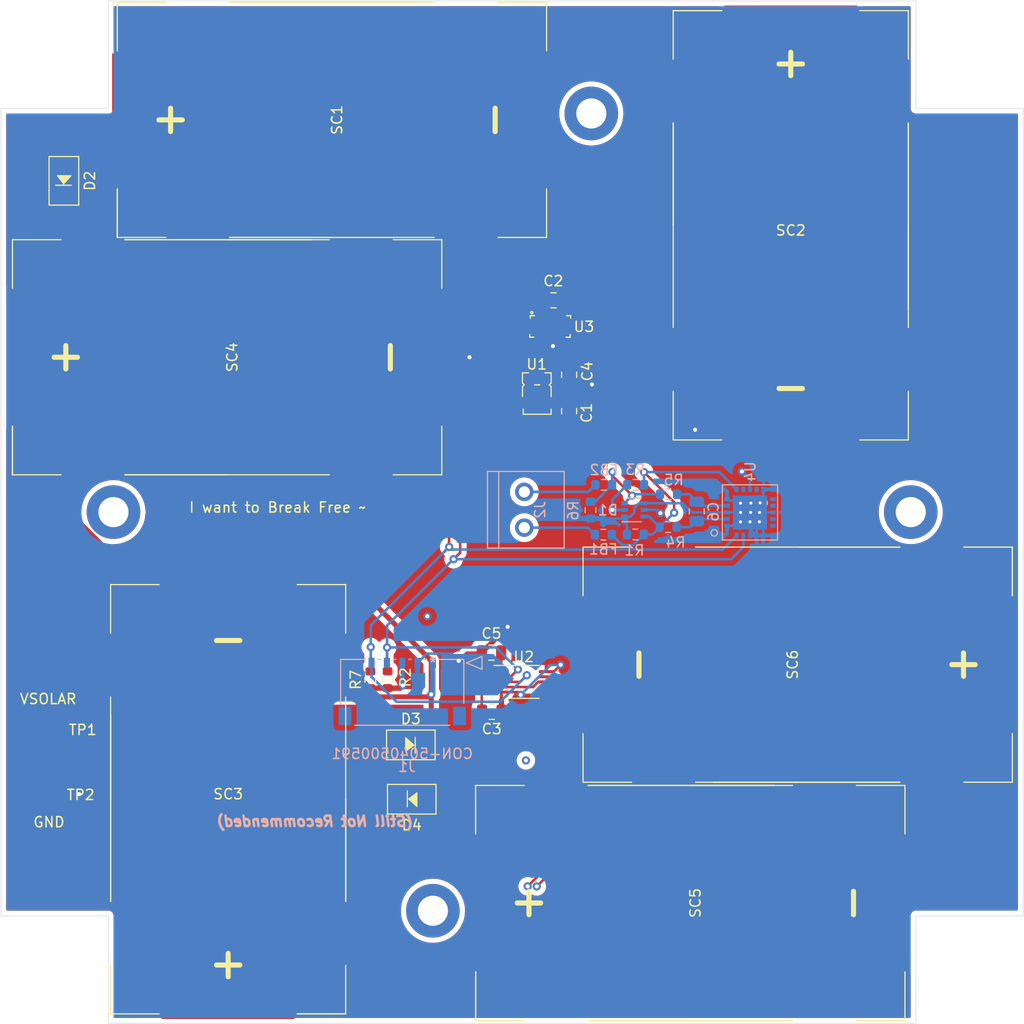
<source format=kicad_pcb>
(kicad_pcb (version 20211014) (generator pcbnew)

  (general
    (thickness 1.6)
  )

  (paper "A4")
  (title_block
    (title "YEARLING V2 -Z")
    (date "2023-01-30")
    (rev "2.0")
  )

  (layers
    (0 "F.Cu" signal)
    (1 "In1.Cu" signal)
    (2 "In2.Cu" signal)
    (31 "B.Cu" signal)
    (32 "B.Adhes" user "B.Adhesive")
    (33 "F.Adhes" user "F.Adhesive")
    (34 "B.Paste" user)
    (35 "F.Paste" user)
    (36 "B.SilkS" user "B.Silkscreen")
    (37 "F.SilkS" user "F.Silkscreen")
    (38 "B.Mask" user)
    (39 "F.Mask" user)
    (40 "Dwgs.User" user "User.Drawings")
    (41 "Cmts.User" user "User.Comments")
    (42 "Eco1.User" user "User.Eco1")
    (43 "Eco2.User" user "User.Eco2")
    (44 "Edge.Cuts" user)
    (45 "Margin" user)
    (46 "B.CrtYd" user "B.Courtyard")
    (47 "F.CrtYd" user "F.Courtyard")
    (48 "B.Fab" user)
    (49 "F.Fab" user)
  )

  (setup
    (stackup
      (layer "F.SilkS" (type "Top Silk Screen"))
      (layer "F.Paste" (type "Top Solder Paste"))
      (layer "F.Mask" (type "Top Solder Mask") (thickness 0.01))
      (layer "F.Cu" (type "copper") (thickness 0.035))
      (layer "dielectric 1" (type "core") (thickness 0.48) (material "FR4") (epsilon_r 4.5) (loss_tangent 0.02))
      (layer "In1.Cu" (type "copper") (thickness 0.035))
      (layer "dielectric 2" (type "prepreg") (thickness 0.48) (material "FR4") (epsilon_r 4.5) (loss_tangent 0.02))
      (layer "In2.Cu" (type "copper") (thickness 0.035))
      (layer "dielectric 3" (type "core") (thickness 0.48) (material "FR4") (epsilon_r 4.5) (loss_tangent 0.02))
      (layer "B.Cu" (type "copper") (thickness 0.035))
      (layer "B.Mask" (type "Bottom Solder Mask") (thickness 0.01))
      (layer "B.Paste" (type "Bottom Solder Paste"))
      (layer "B.SilkS" (type "Bottom Silk Screen"))
      (copper_finish "None")
      (dielectric_constraints no)
    )
    (pad_to_mask_clearance 0)
    (pcbplotparams
      (layerselection 0x00010fc_ffffffff)
      (disableapertmacros false)
      (usegerberextensions false)
      (usegerberattributes true)
      (usegerberadvancedattributes true)
      (creategerberjobfile true)
      (svguseinch false)
      (svgprecision 6)
      (excludeedgelayer false)
      (plotframeref false)
      (viasonmask false)
      (mode 1)
      (useauxorigin false)
      (hpglpennumber 1)
      (hpglpenspeed 20)
      (hpglpendiameter 15.000000)
      (dxfpolygonmode true)
      (dxfimperialunits true)
      (dxfusepcbnewfont true)
      (psnegative false)
      (psa4output false)
      (plotreference true)
      (plotvalue true)
      (plotinvisibletext false)
      (sketchpadsonfab false)
      (subtractmaskfromsilk false)
      (outputformat 1)
      (mirror false)
      (drillshape 0)
      (scaleselection 1)
      (outputdirectory "Extras/-Z/")
    )
  )

  (net 0 "")
  (net 1 "GND")
  (net 2 "+3V3")
  (net 3 "VSOLAR")
  (net 4 "SDA")
  (net 5 "SCL")
  (net 6 "Net-(C5-Pad1)")
  (net 7 "Net-(C6-Pad1)")
  (net 8 "Net-(C6-Pad2)")
  (net 9 "Net-(D1-Pad3)")
  (net 10 "VSense")
  (net 11 "Net-(D2-Pad2)")
  (net 12 "Net-(D3-Pad2)")
  (net 13 "Net-(D4-Pad2)")
  (net 14 "Net-(FB1-Pad1)")
  (net 15 "Net-(FB2-Pad1)")
  (net 16 "unconnected-(J1-Pad7)")
  (net 17 "unconnected-(J1-Pad6)")
  (net 18 "unconnected-(J3-Pad1)")
  (net 19 "unconnected-(J4-Pad1)")
  (net 20 "unconnected-(J5-Pad1)")
  (net 21 "unconnected-(J6-Pad1)")
  (net 22 "Net-(SC1-Pad2)")
  (net 23 "Net-(SC3-Pad2)")
  (net 24 "Net-(SC5-Pad2)")
  (net 25 "unconnected-(U1-Pad2)")
  (net 26 "Net-(U1-Pad3)")
  (net 27 "unconnected-(U2-Pad6)")
  (net 28 "Net-(U2-Pad7)")
  (net 29 "unconnected-(U3-Pad3)")
  (net 30 "unconnected-(U4-Pad7)")
  (net 31 "unconnected-(U4-Pad9)")
  (net 32 "unconnected-(U4-Pad11)")
  (net 33 "unconnected-(U4-Pad12)")
  (net 34 "unconnected-(U4-Pad14)")
  (net 35 "unconnected-(U4-Pad15)")

  (footprint "SolarPanelBoards:MountingHoles" (layer "F.Cu") (at 110.5 85))

  (footprint "SolarPanelBoards:MountingHoles" (layer "F.Cu") (at 141.75 124))

  (footprint "SolarPanelBoards:MountingHoles" (layer "F.Cu") (at 157.25 46))

  (footprint "SolarPanelBoards:MountingHoles" (layer "F.Cu") (at 188.5 85))

  (footprint "SolarPanelBoards:DO-214AC" (layer "F.Cu") (at 139.59 107.77 180))

  (footprint "SolarPanelBoards:Test Pad" (layer "F.Cu") (at 104.05 106.11))

  (footprint "Capacitor_SMD:C_0805_2012Metric" (layer "F.Cu") (at 147.48 98.75 180))

  (footprint "Capacitor_SMD:C_0805_2012Metric" (layer "F.Cu") (at 155.075 71.56 90))

  (footprint "Resistor_SMD:R_0603_1608Metric" (layer "F.Cu") (at 135.63 101.405 90))

  (footprint "SolarPanelBoards:MCP9808-NoLeadPackage" (layer "F.Cu") (at 153.23 66.83 -90))

  (footprint "SolarPanelBoards:KXOB101K08F-TR" (layer "F.Cu") (at 166.93 123.24 90))

  (footprint "SolarPanelBoards:Test Pad" (layer "F.Cu") (at 104.08 112.59))

  (footprint "SolarPanelBoards:KXOB101K08F-TR" (layer "F.Cu") (at 121.72 113.09 180))

  (footprint "SolarPanelBoards:APDS-9960" (layer "F.Cu") (at 151.94 73.45 180))

  (footprint "Capacitor_SMD:C_0805_2012Metric" (layer "F.Cu") (at 147.51 104.54 180))

  (footprint "Package_SO:VSSOP-10_3x3mm_P0.5mm" (layer "F.Cu") (at 150.64 101.61))

  (footprint "SolarPanelBoards:DO-214AC" (layer "F.Cu") (at 139.68 113.09))

  (footprint "Capacitor_SMD:C_0805_2012Metric" (layer "F.Cu") (at 153.55 64.285 180))

  (footprint "Resistor_SMD:R_0603_1608Metric" (layer "F.Cu") (at 137.32 101.395 90))

  (footprint "SolarPanelBoards:KXOB101K08F-TR" (layer "F.Cu") (at 121.62 69.85 90))

  (footprint "SolarPanelBoards:KXOB101K08F-TR" (layer "F.Cu") (at 177.44 99.92 -90))

  (footprint "Capacitor_SMD:C_0805_2012Metric" (layer "F.Cu") (at 155.075 75.12 90))

  (footprint "SolarPanelBoards:KXOB101K08F-TR" (layer "F.Cu") (at 176.76 56.94))

  (footprint "SolarPanelBoards:DO-214AC" (layer "F.Cu") (at 105.65 52.59 90))

  (footprint "SolarPanelBoards:KXOB101K08F-TR" (layer "F.Cu") (at 131.87 46.63 90))

  (footprint "SolarPanelBoards:CON_5040500591" (layer "B.Cu") (at 141.75 99.75))

  (footprint "Resistor_SMD:R_0603_1608Metric" (layer "B.Cu") (at 164.764922 86.47))

  (footprint "Resistor_SMD:R_0603_1608Metric" (layer "B.Cu") (at 164.804922 83.25 180))

  (footprint "Package_TO_SOT_SMD:SOT-363_SC-70-6" (layer "B.Cu") (at 161.439922 84.78))

  (footprint "Resistor_SMD:R_0603_1608Metric" (layer "B.Cu") (at 157.169922 84.805 90))

  (footprint "Capacitor_SMD:C_0805_2012Metric" (layer "B.Cu") (at 167.559922 84.93 -90))

  (footprint "Resistor_SMD:R_0603_1608Metric" (layer "B.Cu") (at 161.554922 87.19 180))

  (footprint "Resistor_SMD:R_0603_1608Metric" (layer "B.Cu") (at 158.424922 87.21))

  (footprint "SolarPanelBoards:MCP96L01T-E_MX" (layer "B.Cu") (at 172.77 85.03))

  (footprint "Resistor_SMD:R_0603_1608Metric" (layer "B.Cu") (at 161.584922 82.33))

  (footprint "Resistor_SMD:R_0603_1608Metric" (layer "B.Cu") (at 158.464922 82.33))

  (footprint "SolarPanelBoards:ScrewTerminal" (layer "B.Cu") (at 150.689922 84.77 90))

  (gr_circle (center 141.75 124) (end 144.375 124) (layer "Dwgs.User") (width 0.2) (fill none) (tstamp 00000000-0000-0000-0000-00006274c53f))
  (gr_circle (center 188.5 85) (end 193.5 85) (layer "Dwgs.User") (width 0.15) (fill none) (tstamp 00000000-0000-0000-0000-00006274f1ca))
  (gr_line (start 110 124.5) (end 99.5 124.5) (layer "Dwgs.User") (width 0.2) (tstamp 03de288a-9428-4104-979c-a517631a0cd8))
  (gr_line (start 110 135) (end 110 124.5) (layer "Dwgs.User") (width 0.2) (tstamp 0bc5aa98-074b-40d3-97b1-753c3e6f6df7))
  (gr_line (start 199.5 124.5) (end 189 124.5) (layer "Dwgs.User") (width 0.2) (tstamp 199536b4-9e3a-4e37-a689-d850a61938eb))
  (gr_line (start 189 135) (end 110 135) (layer "Dwgs.User") (width 0.2) (tstamp 298fff11-1a46-4502-a47e-755af0b1b05a))
  (gr_circle (center 110.5 85) (end 111.825 85) (layer "Dwgs.User") (width 0.2) (fill none) (tstamp 30336124-f069-4190-b87d-017b30ace037))
  (gr_circle (center 157.25 46) (end 159.875 46) (layer "Dwgs.User") (width 0.2) (fill none) (tstamp 47fa2c77-eda2-40bd-8064-b547838d2afb))
  (gr_circle (center 188.5 85) (end 191.125 85) (layer "Dwgs.User") (width 0.2) (fill none) (tstamp 4a1625d9-45b8-4880-9b8f-fe621deb30ee))
  (gr_circle (center 141.75 124) (end 146.75 124) (layer "Dwgs.User") (width 0.15) (fill none) (tstamp 4f215eed-7b0f-45df-a377-59c1daf18e42))
  (gr_line (start 199.5 45.5) (end 199.5 124.5) (layer "Dwgs.User") (width 0.2) (tstamp 5b209cb0-447a-47f0-bedb-cde3a22caa98))
  (gr_circle (center 110.5 85) (end 113.125 85) (layer "Dwgs.User") (width 0.2) (fill none) (tstamp 620f903b-4508-4ad2-be5a-683f349335bb))
  (gr_circle (center 157.25 46) (end 162.25 46) (layer "Dwgs.User") (width 0.15) (fill none) (tstamp 65352c80-82e3-4bf0-96af-8e4e15ed40f9))
  (gr_line (start 110 45.5) (end 110 35) (layer "Dwgs.User") (width 0.2) (tstamp 75bb7752-d95c-462f-9aa1-8552bc9767e9))
  (gr_line (start 99.5 45.5) (end 110 45.5) (layer "Dwgs.User") (width 0.2) (tstamp 7a70a17d-bba4-4c1c-aa8e-06e91b163f43))
  (gr_line (start 189 124.5) (end 189 135) (layer "Dwgs.User") (width 0.2) (tstamp 9c119c99-419f-4a08-a952-8f6725c6c598))
  (gr_line (start 99.5 124.5) (end 99.5 45.5) (layer "Dwgs.User") (width 0.2) (tstamp a07bac1b-499e-48fa-9ea3-d58f3d67f8ff))
  (gr_line (start 189 35) (end 189 45.5) (layer "Dwgs.User") (width 0.2) (tstamp a5834a31-58c2-420c-9e57-c9cce1df53ce))
  (gr_line (start 189 45.5) (end 199.5 45.5) (layer "Dwgs.User") (width 0.2) (tstamp a8e0526f-d6ce-4b23-89ab-c56142f35a60))
  (gr_circle (center 188.5 85) (end 189.825 85) (layer "Dwgs.User") (width 0.2) (fill none) (tstamp afe479f5-70d2-40bb-86ef-dbdf9f59763e))
  (gr_line (start 110 35) (end 189 35) (layer "Dwgs.User") (width 0.2) (tstamp b5f0e1d8-c96c-4370-b100-f2db16100e61))
  (gr_circle (center 110.5 85) (end 115.5 85) (layer "Dwgs.User") (width 0.15) (fill none) (tstamp ed1ef99c-522f-4578-9b25-345e33120c0f))
  (gr_circle (center 141.75 124) (end 143.075001 124) (layer "Dwgs.User") (width 0.2) (fill none) (tstamp f11f4b37-cc81-4a45-9af9-2ba8b447c86b))
  (gr_circle (center 157.25 46) (end 158.575 46) (layer "Dwgs.User") (width 0.2) (fill none) (tstamp fe781ab1-a61f-4d65-8b6b-4ee896bd3228))
  (gr_line (start 99.5 45.5) (end 110 45.5) (layer "Edge.Cuts") (width 0.05) (tstamp 00000000-0000-0000-0000-00006274ce95))
  (gr_line (start 189 135) (end 110 135) (layer "Edge.Cuts") (width 0.05) (tstamp 01395169-a509-40d4-ad20-5ffec19f5752))
  (gr_line (start 199.5 124.5) (end 189 124.5) (layer "Edge.Cuts") (width 0.05) (tstamp 13b9c483-45fa-4f89-ac77-1d407f0d3f37))
  (gr_line (start 189 45.5) (end 199.5 45.5) (layer "Edge.Cuts") (width 0.05) (tstamp 1f920f64-dcea-4327-b8e3-9e515a07e2ae))
  (gr_line (start 99.5 124.5) (end 99.5 45.5) (layer "Edge.Cuts") (width 0.05) (tstamp 285d4cbf-9dc9-4da8-866f-9e92973f5e1e))
  (gr_line (start 110 135) (end 110 124.5) (layer "Edge.Cuts") (width 0.05) (tstamp 415efa78-9443-4e9a-94ee-833fae90036f))
  (gr_line (start 110 35) (end 189 35) (layer "Edge.Cuts") (width 0.05) (tstamp 753a6348-1670-4f58-b943-dbb0cadf29d7))
  (gr_line (start 110 124.5) (end 99.5 124.5) (layer "Edge.Cuts") (width 0.05) (tstamp 7ed3ebad-f7d1-4234-84a9-7a6b67d2e767))
  (gr_line (start 199.5 45.5) (end 199.5 124.5) (layer "Edge.Cuts") (width 0.05) (tstamp 8c0c5dc8-558d-4567-8a3d-4edefe3e7262))
  (gr_line (start 189 35) (end 189 45.5) (layer "Edge.Cuts") (width 0.05) (tstamp a07ff699-15e4-463d-9012-a90fe7f52365))
  (gr_line (start 110 45.5) (end 110 35) (layer "Edge.Cuts") (width 0.05) (tstamp c4012e8f-4f54-4254-b385-2a271ed6bbfa))
  (gr_line (start 189 124.5) (end 189 135) (layer "Edge.Cuts") (width 0.05) (tstamp d9f5092d-ca4c-4979-9370-d204b5ca53e7))
  (gr_text "(Still Not Recommended)" (at 130.25 115.25) (layer "B.SilkS") (tstamp e254f438-2c13-4b31-9f81-17ce21495ed6)
    (effects (font (size 1 1) (thickness 0.25) italic) (justify mirror))
  )
  (gr_text "GND" (at 104.19 115.33) (layer "F.SilkS") (tstamp 12e06401-3ea1-46bd-b5c6-1ee95fe84b32)
    (effects (font (size 1 1) (thickness 0.15)))
  )
  (gr_text "I want to Break Free ~" (at 126.56 84.54) (layer "F.SilkS") (tstamp 3080db78-91a2-4616-b87e-9aa948b4405b)
    (effects (font (size 1 1) (thickness 0.15)))
  )
  (gr_text "VSOLAR" (at 104.11 103.28) (layer "F.SilkS") (tstamp dcb780aa-5177-42ce-ba67-c101a478ed9c)
    (effects (font (size 1 1) (thickness 0.15)))
  )

  (segment (start 153.48 67.08) (end 153.23 66.83) (width 0.25) (layer "F.Cu") (net 1) (tstamp 0408b749-8d5c-4137-b04b-9b7b50997075))
  (segment (start 153.74 96.22) (end 149.06 96.22) (width 0.5) (layer "F.Cu") (net 1) (tstamp 07df33bc-0e1b-4426-af14-21511a435ea1))
  (segment (start 153.23 68.49) (end 153.5 68.76) (width 0.25) (layer "F.Cu") (net 1) (tstamp 0cf58726-8eaf-4f14-afc3-d3406e5c25b8))
  (segment (start 149.06 96.22) (end 146.53 98.75) (width 0.5) (layer "F.Cu") (net 1) (tstamp 11d626cf-5d37-4839-9f46-5baa5092531a))
  (segment (start 152.48 67.58) (end 153.23 66.83) (width 0.25) (layer "F.Cu") (net 1) (tstamp 19079db1-4b89-4250-ae53-e5fa17ceabd9))
  (segment (start 146.56 104.54) (end 146.53 104.51) (width 0.25) (layer "F.Cu") (net 1) (tstamp 1a662ed1-7182-4af4-a9d9-e95add830f4c))
  (segment (start 146.53 101.4) (end 146.53 98.75) (width 0.25) (layer "F.Cu") (net 1) (tstamp 28c3c52e-2c76-4c3a-9e2d-34ae5e028cd5))
  (segment (start 141.62 69.85) (end 145.33 69.85) (width 0.5) (layer "F.Cu") (net 1) (tstamp 2ad9f41b-8aec-45b5-ae0f-07e46a9bfe82))
  (segment (start 153.23 66.83) (end 153.23 68.49) (width 0.25) (layer "F.Cu") (net 1) (tstamp 35fbc2a1-cf70-4062-a404-55f233a06c10))
  (segment (start 154.62 72.965) (end 155.075 72.51) (width 0.25) (layer "F.Cu") (net 1) (tstamp 399b1770-9184-48ca-8630-3ced5a6cf85e))
  (segment (start 147.26 102.13) (end 146.53 101.4) (width 0.25) (layer "F.Cu") (net 1) (tstamp 3a50a236-a025-41ef-a696-1a365da5ffe7))
  (segment (start 152.049315 101.61) (end 152.84 101.61) (width 0.25) (layer "F.Cu") (net 1) (tstamp 3b2909b0-2e19-4917-97bf-754b4a8755b9))
  (segment (start 154.68 67.58) (end 154.68 66.58) (width 0.25) (layer "F.Cu") (net 1) (tstamp 403d2cc0-82d8-4a54-a6d5-e042d8e6a918))
  (segment (start 154.68 67.08) (end 153.48 67.08) (width 0.25) (layer "F.Cu") (net 1) (tstamp 409b242a-6137-440a-a142-c36ab6c8a65a))
  (segment (start 153.23 66.83) (end 153.23 64.915) (width 0.25) (layer "F.Cu") (net 1) (tstamp 5ef88336-7266-4dd0-8b31-5119d1608dc0))
  (segment (start 148.44 102.11) (end 151.549315 102.11) (width 0.25) (layer "F.Cu") (net 1) (tstamp 619a00ab-1386-4d23-abb3-774fdb51ac03))
  (segment (start 148.44 102.11) (end 148.42 102.13) (width 0.25) (layer "F.Cu") (net 1) (tstamp 80c000cf-ecb7-4f13-8735-33ba62216b3a))
  (segment (start 151.78 67.58) (end 152.48 67.58) (width 0.25) (layer "F.Cu") (net 1) (tstamp 992a4fd8-19a8-449a-ac88-7d48372addc7))
  (segment (start 157.44 99.92) (end 153.74 96.22) (width 0.5) (layer "F.Cu") (net 1) (tstamp a708b9f4-735a-4271-92e5-d4d3a72d5616))
  (segment (start 146.53 98.75) (end 145.07 98.75) (width 0.25) (layer "F.Cu") (net 1) (tstamp ab643778-3d52-4ae6-9eaa-abac857b3853))
  (segment (start 151.549315 102.11) (end 152.049315 101.61) (width 0.25) (layer "F.Cu") (net 1) (tstamp b2902cf2-7581-4b33-a502-666bdad3678d))
  (segment (start 104.08 112.59) (end 107.15 112.59) (width 0.5) (layer "F.Cu") (net 1) (tstamp b4eadac8-284b-47c2-bb92-808b43e5d654))
  (segment (start 146.53 104.51) (end 146.53 101.4) (width 0.25) (layer "F.Cu") (net 1) (tstamp c4c83baf-4029-4ba4-a6af-8cf4e2072f3a))
  (segment (start 155.075 74.17) (end 155.075 72.51) (width 0.25) (layer "F.Cu") (net 1) (tstamp c8a0d0dc-891f-494e-b959-07858741105a))
  (segment (start 145.07 98.75) (end 144.27 99.55) (width 0.25) (layer "F.Cu") (net 1) (tstamp c9ebef43-c344-4240-9ab8-7fffc26baeef))
  (segment (start 155.075 72.51) (end 157.31 72.51) (width 0.25) (layer "F.Cu") (net 1) (tstamp cb492f87-4be6-4fc9-a66e-900d1d73b62c))
  (segment (start 153.23 64.915) (end 152.6 64.285) (width 0.25) (layer "F.Cu") (net 1) (tstamp d0a24f4a-31be-492a-81aa-e93d76eaba30))
  (segment (start 176.76 76.94) (end 167.4 76.94) (width 0.5) (layer "F.Cu") (net 1) (tstamp e134330b-3428-40e2-86b4-71bd883b25bb))
  (segment (start 152.64 72.965) (end 154.62 72.965) (width 0.25) (layer "F.Cu") (net 1) (tstamp f002bd2e-3622-4db0-874c-51a83fe763e5))
  (segment (start 148.42 102.13) (end 147.26 102.13) (width 0.25) (layer "F.Cu") (net 1) (tstamp fff8301a-e9a1-4145-a975-fb657d1edfd3))
  (via (at 107.15 112.59) (size 0.8) (drill 0.4) (layers "F.Cu" "B.Cu") (net 1) (tstamp 32357ba0-1bcd-4c0b-9109-0795aa75bcfd))
  (via (at 172.77 85.95) (size 0.45) (drill 0.3) (layers "F.Cu" "B.Cu") (net 1) (tstamp 3c5e1e85-6c6d-4c74-9b41-8f4345924668))
  (via (at 173.71 85.03) (size 0.45) (drill 0.3) (layers "F.Cu" "B.Cu") (net 1) (tstamp 49822ed1-596e-4cd3-a512-e8f897ef7728))
  (via (at 149.06 96.22) (size 0.8) (drill 0.4) (layers "F.Cu" "B.Cu") (net 1) (tstamp 53146eab-c431-4f10-b8ae-5216fca681ee))
  (via (at 173.69 85.95) (size 0.45) (drill 0.3) (layers "F.Cu" "B.Cu") (net 1) (tstamp 56ac8cb4-d9a7-41ab-9196-175472d50a9c))
  (via (at 157.31 72.51) (size 0.8) (drill 0.4) (layers "F.Cu" "B.Cu") (net 1) (tstamp 7e43c1ad-33b0-443b-8acb-9acd9eca230b))
  (via (at 172.86 84.12) (size 0.45) (drill 0.3) (layers "F.Cu" "B.Cu") (net 1) (tstamp 9c9d3edc-4fdc-4df0-9b6b-a93c554177a8))
  (via (at 173.76 84.1) (size 0.45) (drill 0.3) (layers "F.Cu" "B.Cu") (net 1) (tstamp aac01f87-a75c-469a-8482-6ce54c206013))
  (via (at 145.33 69.85) (size 0.8) (drill 0.4) (layers "F.Cu" "B.Cu") (net 1) (tstamp bf9b5ff6-415c-4830-8e32-5c6dce860060))
  (via (at 144.27 99.55) (size 0.8) (drill 0.4) (layers "F.Cu" "B.Cu") (net 1) (tstamp c10b206e-e385-4bdd-96d5-dca5658d5b74))
  (via (at 171.85 85.03) (size 0.45) (drill 0.3) (layers "F.Cu" "B.Cu") (net 1) (tstamp d09ada7a-9d17-4e74-8462-a0b596590a83))
  (via (at 171.84 84.13) (size 0.45) (drill 0.3) (layers "F.Cu" "B.Cu") (net 1) (tstamp d97df502-b9db-4993-928d-134a03f2ff16))
  (via (at 167.4 76.94) (size 0.8) (drill 0.4) (layers "F.Cu" "B.Cu") (net 1) (tstamp e2acf7c7-cfe5-4ac7-8f75-c11e93838554))
  (via (at 171.845 85.955) (size 0.45) (drill 0.3) (layers "F.Cu" "B.Cu") (net 1) (tstamp f2870b26-56ad-4bec-9604-911ae2df2943))
  (via (at 172.83 85.03) (size 0.45) (drill 0.3) (layers "F.Cu" "B.Cu") (net 1) (tstamp f4888046-b659-4954-ac9c-a3a356a451fe))
  (via (at 153.5 68.76) (size 0.8) (drill 0.4) (layers "F.Cu" "B.Cu") (net 1) (tstamp f4c41e38-de22-4b3c-a42a-9cadbf4344a8))
  (segment (start 171.47 86.33) (end 171.845 85.955) (width 0.25) (layer "B.Cu") (net 1) (tstamp 00d4f1f9-86f4-47c3-915d-2ca4a62bd230))
  (segment (start 170.52 85.03) (end 171.85 85.03) (width 0.25) (layer "B.Cu") (net 1) (tstamp 03c01b4b-ea36-4f6b-880e-dd8911ba08be))
  (segment (start 170.52 86.33) (end 172.47 86.33) (width 0.25) (layer "B.Cu") (net 1) (tstamp 08de17cb-ef94-4a90-8edc-94e72324377d))
  (segment (start 160.729922 85.67) (end 160.489922 85.43) (width 0.25) (layer "B.Cu") (net 1) (tstamp 10b77f09-5f69-4786-b753-0fa691be2b77))
  (segment (start 173.84 85.03) (end 172.83 85.03) (width 0.25) (layer "B.Cu") (net 1) (tstamp 17b5e5b4-e16a-496a-ad7f-3fb1c505a6b7))
  (segment (start 174.07 86.33) (end 173.69 85.95) (width 0.25) (layer "B.Cu") (net 1) (tstamp 206529e2-da11-4f61-8664-a0916c6b6955))
  (segment (start 172.77 85.95) (end 172.77 85.03) (width 0.25) (layer "B.Cu") (net 1) (tstamp 2561b40d-82f6-4005-973f-aa4a013c8ac0))
  (segment (start 166.171749 84.13) (end 167.071749 85.03) (width 0.25) (layer "B.Cu") (net 1) (tstamp 2bf22b1f-3c8c-4129-8e33-4d7829485efc))
  (segment (start 162.389922 84.13) (end 166.171749 84.13) (width 0.25) (layer "B.Cu") (net 1) (tstamp 2d5a6f3f-e694-4479-a144-f9747309039f))
  (segment (start 160.729922 87.19) (end 160.729922 85.67) (width 0.25) (layer "B.Cu") (net 1) (tstamp 3298d6c2-dc00-4884-ba61-861858531671))
  (segment (start 141.16 98.84) (end 143.56 98.84) (width 0.25) (layer "B.Cu") (net 1) (tstamp 388f7198-9f89-4b56-b12b-aaa6c80ce3d5))
  (segment (start 174.07 82.78) (end 174.07 83.73) (width 0.25) (layer "B.Cu") (net 1) (tstamp 3ab1f57a-9150-405a-af39-4523cae8cce5))
  (segment (start 160.289922 85.63) (end 157.169922 85.63) (width 0.25) (layer "B.Cu") (net 1) (tstamp 3abeaab7-e9ee-466c-853e-280f61960191))
  (segment (start 173.42 87.28) (end 173.42 85.68) (width 0.25) (layer "B.Cu") (net 1) (tstamp 3fe39d1d-c19c-4ae5-8771-8acfe78c81cc))
  (segment (start 173.885 83.915) (end 172.77 85.03) (width 0.25) (layer "B.Cu") (net 1) (tstamp 417139e3-f6ef-42f3-a51c-9765578f85e6))
  (segment (start 140.25 99.75) (end 141.16 98.84) (width 0.25) (layer "B.Cu") (net 1) (tstamp 41f8b0cb-b06b-4ab5-b23e-5f9b017e6bcc))
  (segment (start 161.939922 84.13) (end 161.459922 84.61) (width 0.25) (layer "B.Cu") (net 1) (tstamp 45ee2068-030f-40f7-83d4-3251be35156a))
  (segment (start 175.02 85.03) (end 173.84 85.03) (width 0.25) (layer "B.Cu") (net 1) (tstamp 50b66367-d61f-45a3-8797-77c3879fd147))
  (segment (start 170.654922 83.865) (end 171.605 83.865) (width 0.25) (layer "B.Cu") (net 1) (tstamp 523c3ac2-c088-46e7-b4c1-db60b0524989))
  (segment (start 172.83 85.03) (end 172.77 85.03) (width 0.25) (layer "B.Cu") (net 1) (tstamp 542c1317-0bc0-404c-bc54-a7e86a0269af))
  (segment (start 167.071749 85.03) (end 170.52 85.03) (width 0.25) (layer "B.Cu") (net 1) (tstamp 58c32de6-72d0-481f-af6f-a7cd44168a37))
  (segment (start 170.52 83.730078) (end 170.654922 83.865) (width 0.25) (layer "B.Cu") (net 1) (tstamp 5a2fbeb9-ad85-4735-b81f-a06de30ae031))
  (segment (start 170.52 83.73) (end 170.52 83.730078) (width 0.25) (layer "B.Cu") (net 1) (tstamp 5b7b3160-6044-42cf-8281-76a983c98c24))
  (segment (start 174.07 83.73) (end 173.885 83.915) (width 0.25) (layer "B.Cu") (net 1) (tstamp 5d74f480-76bd-4ea2-8548-89cd63b25975))
  (segment (start 172.47 86.33) (end 173.42 87.28) (width 0.25) (layer "B.Cu") (net 1) (tstamp 646971a5-2453-41c1-a6e9-56cb6ce933db))
  (segment (start 171.85 85.03) (end 172.77 85.03) (width 0.25) (layer "B.Cu") (net 1) (tstamp 66137603-899d-48b6-bbcb-bcdcbafa59b6))
  (segment (start 161.064922 85.43) (end 161.459922 85.035) (width 0.25) (layer "B.Cu") (net 1) (tstamp 6ea43d34-ba64-439d-8827-f35b963efd5b))
  (segment (start 173.69 85.95) (end 172.77 85.03) (width 0.25) (layer "B.Cu") (net 1) (tstamp 7048a065-4206-4f3a-ae06-a799dd7b20ba))
  (segment (start 172.77 87.28) (end 174.07 87.28) (width 0.25) (layer "B.Cu") (net 1) (tstamp 7094763c-da6a-4b56-9f7a-2642ce910387))
  (segment (start 171.845 85.955) (end 172.77 85.03) (width 0.25) (layer "B.Cu") (net 1) (tstamp 76252906-5aa0-4ae0-b144-82790c966250))
  (segment (start 170.52 86.33) (end 171.47 86.33) (width 0.25) (layer "B.Cu") (net 1) (tstamp 854bc89e-931c-408f-a02e-7d281651db8f))
  (segment (start 160.489922 85.43) (end 161.064922 85.43) (width 0.25) (layer "B.Cu") (net 1) (tstamp b4f1a8ff-9a9a-4326-83be-c843851b96f5))
  (segment (start 173.42 85.68) (end 172.77 85.03) (width 0.25) (layer "B.Cu") (net 1) (tstamp c31a654c-b5f1-4e42-b25e-8553a7fb8049))
  (segment (start 162.389922 84.13) (end 161.939922 84.13) (width 0.25) (layer "B.Cu") (net 1) (tstamp d5223c81-24f4-4c1c-b2eb-320710a669de))
  (segment (start 160.489922 85.43) (end 160.289922 85.63) (width 0.25) (layer "B.Cu") (net 1) (tstamp de309465-4f02-4735-b604-4a78f6aff975))
  (segment (start 143.56 98.84) (end 144.27 99.55) (width 0.25) (layer "B.Cu") (net 1) (tstamp e4dc611b-18d6-47d7-b6b4-b31ba578197b))
  (segment (start 161.459922 85.035) (end 161.459922 84.61) (width 0.25) (layer "B.Cu") (net 1) (tstamp f85b7fe3-5e07-4fe6-a615-5de7f229eb11))
  (segment (start 174.07 87.28) (end 174.07 86.33) (width 0.25) (layer "B.Cu") (net 1) (tstamp fa8ee758-cd77-4c4b-a702-4aff5a4b6677))
  (segment (start 172.77 87.28) (end 172.77 85.95) (width 0.25) (layer "B.Cu") (net 1) (tstamp fd05a566-dea4-4164-b7d7-761f13595ff3))
  (segment (start 152.84 100.61) (end 153.58 100.61) (width 0.25) (layer "F.Cu") (net 2) (tstamp 291b1c14-74a6-4e92-a124-2ba71cbdb1c3))
  (segment (start 148.44 102.61) (end 150.07 102.61) (width 0.25) (layer "F.Cu") (net 2) (tstamp 32ea71f7-d98a-469a-bdd8-77496743087d))
  (segment (start 154.68 64.465) (end 154.5 64.285) (width 0.25) (layer "F.Cu") (net 2) (tstamp 399a798c-9da0-4090-901f-57616131df57))
  (segment (start 155.075 76.07) (end 153.91 74.905) (width 0.25) (layer "F.Cu") (net 2) (tstamp 56dc91f7-ec32-4ff6-a522-d96b15bc2db7))
  (segment (start 138.815 101.955) (end 138.9 101.87) (width 0.5) (layer "F.Cu") (net 2) (tstamp 7b306610-6dc8-47b5-8d0b-516837972541))
  (segment (start 155.105 76.1) (end 155.075 76.07) (width 0.25) (layer "F.Cu") (net 2) (tstamp 7dec7fc5-de0b-43de-b985-7effa0bd04bb))
  (segment (start 148.46 104.54) (end 148.46 102.63) (width 0.25) (layer "F.Cu") (net 2) (tstamp 9260d1d1-9de8-4467-a2a5-03f9dcc7ccb9))
  (segment (start 135.63 102.23) (end 138.54 102.23) (width 0.5) (layer "F.Cu") (net 2) (tstamp 94dfdadd-44a8-4182-b126-a5c2267aba3b))
  (segment (start 152.64 71.995) (end 153.69 71.995) (width 0.25) (layer "F.Cu") (net 2) (tstamp 9ad547b5-cbf7-4bda-a277-59871a8969f3))
  (segment (start 164.009922 85.1) (end 163.689922 84.78) (width 0.25) (layer "F.Cu") (net 2) (tstamp a9791398-e551-45b8-a7d3-7f68d83bc8e9))
  (segment (start 153.91 74.905) (end 152.64 74.905) (width 0.25) (layer "F.Cu") (net 2) (tstamp ae35e8c6-04cc-4c1d-ba84-e8da769a05d7))
  (segment (start 150.07 102.61) (end 150.34 102.88) (width 0.25) (layer "F.Cu") (net 2) (tstamp b0bbcb18-5d03-4f21-967f-95d03d6ca990))
  (segment (start 163.689922 84.78) (end 159.299922 84.78) (width 0.25) (layer "F.Cu") (net 2) (tstamp b4451764-c825-452e-b15d-352660b4a725))
  (segment (start 154.68 66.08) (end 154.68 64.465) (width 0.25) (layer "F.Cu") (net 2) (tstamp c70514c6-7328-49f9-ae79-fd92343c9281))
  (segment (start 148.46 102.63) (end 148.44 102.61) (width 0.25) (layer "F.Cu") (net 2) (tstamp d62154e1-2927-4838-aa44-86d55c51d412))
  (segment (start 153.69 71.995) (end 155.075 70.61) (width 0.25) (layer "F.Cu") (net 2) (tstamp e0c97a81-7b12-4644-9c6a-85b8c8162c2a))
  (segment (start 153.58 100.61) (end 154.25 99.94) (width 0.25) (layer "F.Cu") (net 2) (tstamp ecd6fe1a-de01-4da9-9c59-711dea400fe5))
  (segment (start 138.54 102.23) (end 138.815 101.955) (width 0.5) (layer "F.Cu") (net 2) (tstamp f73632d6-3bdd-40ed-81f5-0f5b685ae0ae))
  (via (at 159.299922 84.78) (size 0.8) (drill 0.4) (layers "F.Cu" "B.Cu") (net 2) (tstamp 30ec8df0-c72e-4faf-8252-90d6f3bc76c2))
  (via (at 141.21 95.19) (size 0.8) (drill 0.4) (layers "F.Cu" "B.Cu") (net 2) (tstamp 33128c9b-7ce9-4dce-9415-d9b8a235a972))
  (via (at 150.34 102.88) (size 0.8) (drill 0.4) (layers "F.Cu" "B.Cu") (net 2) (tstamp 8a4b885e-ce83-47f5-a8f7-c5b945b6bcc0))
  (via (at 171.98 81.02) (size 0.8) (drill 0.4) (layers "F.Cu" "B.Cu") (net 2) (tstamp b2b12346-3dd1-4826-a4ee-0b01a555c878))
  (via (at 164.009922 85.1) (size 0.8) (drill 0.4) (layers "F.Cu" "B.Cu") (net 2) (tstamp bffd89f0-dff5-40a6-adca-cfda2e35843c))
  (via (at 154.25 99.94) (size 0.8) (drill 0.4) (layers "F.Cu" "B.Cu") (net 2) (tstamp ca18420c-f26e-4a7c-a3e8-2a8205526f9f))
  (via (at 138.815 101.955) (size 0.8) (drill 0.4) (layers "F.Cu" "B.Cu") (net 2) (tstamp f28a62b5-fb1b-4047-8edd-f42a85444a56))
  (segment (start 138.815 101.955) (end 138.815 97.585) (width 0.5) (layer "In1.Cu") (net 2) (tstamp 4f5b5c34-1b15-4ed9-89e5-02c8fa4c6484))
  (segment (start 138.815 97.585) (end 141.21 95.19) (width 0.5) (layer "In1.Cu") (net 2) (tstamp 97201050-f163-4f83-9249-ec10bb79a977))
  (segment (start 159.299922 84.78) (end 160.489922 84.78) (width 0.25) (layer "B.Cu") (net 2) (tstamp 0ba1f000-ff80-494f-a0d9-8289eb80f334))
  (segment (start 150.34 102.88) (end 153.27 99.95) (width 0.25) (layer "B.Cu") (net 2) (tstamp 29eaffe9-018a-46b8-ad1e-03b44783f29a))
  (segment (start 162.389922 84.78) (end 163.689922 84.78) (width 0.25) (layer "B.Cu") (net 2) (tstamp 4342cae5-fbe8-4067-88c7-35468ebdf5f2))
  (segment (start 153.27 99.95) (end 154.24 99.95) (width 0.25) (layer "B.Cu") (net 2) (tstamp 53b39306-5db1-477c-b7ae-0c16cc65e631))
  (segment (start 138.750001 101.720001) (end 138.9 101.87) (width 0.5) (layer "B.Cu") (net 2) (tstamp 7fa8eeef-413f-402b-b2f8-a9c8bdfbc96a))
  (segment (start 172.77 82.78) (end 172.77 81.81) (width 0.25) (layer "B.Cu") (net 2) (tstamp 8d91f60b-c7b7-4529-9666-14233dad90a6))
  (segment (start 159.299922 84.78) (end 159.299922 83.79) (width 0.25) (layer "B.Cu") (net 2) (tstamp a4f0aeab-75bd-4c48-90a7-f79b41b41eb3))
  (segment (start 159.299922 83.79) (end 160.759922 82.33) (width 0.25) (layer "B.Cu") (net 2) (tstamp ba97bc8a-4653-4479-b4a3-77ec9f278cf2))
  (segment (start 172.77 81.81) (end 171.98 81.02) (width 0.25) (layer "B.Cu") (net 2) (tstamp bf4b5728-bf1b-4b2c-92f3-35e800d4df88))
  (segment (start 163.689922 84.78) (end 164.009922 85.1) (width 0.25) (layer "B.Cu") (net 2) (tstamp dec68a75-6f5c-4296-80b2-380bc79cb804))
  (segment (start 138.750001 99.75) (end 138.750001 101.720001) (width 0.5) (layer "B.Cu") (net 2) (tstamp f59539a7-fdca-42bc-920e-03cf2226c05f))
  (segment (start 105.65 54.59) (end 105.65 84.498707) (width 0.5) (layer "F.Cu") (net 3) (tstamp 04284683-2011-44ca-b1dc-0deb8d6e8446))
  (segment (start 105.65 84.498707) (end 111.331293 90.18) (width 0.5) (layer "F.Cu") (net 3) (tstamp 15cd57d6-64cb-4060-8303-6809bf0c8f57))
  (segment (start 141.59 102.83) (end 141.34 103.08) (width 0.5) (layer "F.Cu") (net 3) (tstamp 2f08b02e-61f5-4136-bc7b-2a40d0a176c0))
  (segment (start 137.68 111.68) (end 141.59 107.77) (width 0.5) (layer "F.Cu") (net 3) (tstamp 328a4364-1d65-4f9b-b8ce-e4e331f9e9e9))
  (segment (start 137.68 113.09) (end 137.68 111.68) (width 0.5) (layer "F.Cu") (net 3) (tstamp 3d9d133e-21cb-490b-bbc3-303e45889cdc))
  (segment (start 107.08 103.08) (end 104.05 106.11) (width 0.5) (layer "F.Cu") (net 3) (tstamp 69eb89d6-86d6-49ea-80cf-4dff843b300a))
  (segment (start 132.23 90.18) (end 141.59 99.54) (width 0.5) (layer "F.Cu") (net 3) (tstamp 861ca365-3e83-487d-97b9-1dc07a2fb979))
  (segment (start 141.34 103.08) (end 107.08 103.08) (width 0.5) (layer "F.Cu") (net 3) (tstamp c7feb4ff-c08f-47a0-8f3b-861f28776395))
  (segment (start 111.331293 90.18) (end 132.23 90.18) (width 0.5) (layer "F.Cu") (net 3) (tstamp ca596b9d-864c-49d0-92a6-3e4cc7bf0c97))
  (segment (start 141.59 107.77) (end 141.59 102.83) (width 0.5) (layer "F.Cu") (net 3) (tstamp ed1fc3de-0e3a-4c91-b000-1e9904519e20))
  (segment (start 141.59 99.54) (end 141.59 102.83) (width 0.5) (layer "F.Cu") (net 3) (tstamp faef053d-f886-49d7-9879-b072300f89a1))
  (via (at 141.59 102.83) (size 0.8) (drill 0.4) (layers "F.Cu" "B.Cu") (net 3) (tstamp 518f3bdd-4918-4d3a-a6f9-ed0921fbe148))
  (segment (start 141.75 102.67) (end 141.59 102.83) (width 0.5) (layer "B.Cu") (net 3) (tstamp b4e16a34-c05e-4b46-8a4f-fda303d704af))
  (segment (start 141.75 99.75) (end 141.75 102.67) (width 0.5) (layer "B.Cu") (net 3) (tstamp ed0cc017-5e0c-4876-a44e-52a713a2ba07))
  (segment (start 150.968604 66.08) (end 150.09 66.958604) (width 0.25) (layer "F.Cu") (net 4) (tstamp 03dd7168-c434-4810-9d2e-bbf6fe9947b0))
  (segment (start 143.33 83.67) (end 143.33 88.43) (width 0.25) (layer "F.Cu") (net 4) (tstamp 0eb4a1a2-e08f-4588-b3e2-30e853bd126b))
  (segment (start 150.09 66.958604) (end 150.09 74.32) (width 0.25) (layer "F.Cu") (net 4) (tstamp 34dad8b7-6503-4e96-848e-010bb9d942dc))
  (segment (start 151.78 66.08) (end 150.968604 66.08) (width 0.25) (layer "F.Cu") (net 4) (tstamp 4394e7b6-6228-4939-90a1-26bd14e7412e))
  (segment (start 135.67 98.2) (end 135.67 100.54) (width 0.25) (layer "F.Cu") (net 4) (tstamp 502e889b-8495-4530-af55-79f22e093fdb))
  (segment (start 151.24 74.905) (end 151.24 75.76) (width 0.25) (layer "F.Cu") (net 4) (tstamp 953654f5-af9e-42a0-921c-60cf7c64ff17))
  (segment (start 150.29 101.61) (end 150.94 100.96) (width 0.25) (layer "F.Cu") (net 4) (tstamp b90b774b-95f0-4313-9b19-4e946868125a))
  (segment (start 151.24 75.76) (end 143.33 83.67) (width 0.25) (layer "F.Cu") (net 4) (tstamp bf7800b4-0a6c-41dd-8c20-35c010032520))
  (segment (start 150.09 74.32) (end 150.675 74.905) (width 0.25) (layer "F.Cu") (net 4) (tstamp caa072a4-f22a-4cc5-898f-e12319dc4cd0))
  (segment (start 148.44 101.61) (end 150.29 101.61) (width 0.25) (layer "F.Cu") (net 4) (tstamp d059ad21-d03d-49fb-9596-825fdad01806))
  (segment (start 150.675 74.905) (end 151.24 74.905) (width 0.25) (layer "F.Cu") (net 4) (tstamp e4eaf351-74a2-4439-8c48-cb48b02864c0))
  (segment (start 135.67 100.54) (end 135.63 100.58) (width 0.25) (layer "F.Cu") (net 4) (tstamp f65f5c55-9702-4bec-9625-4a62975e60df))
  (via (at 135.67 98.2) (size 0.8) (drill 0.4) (layers "F.Cu" "B.Cu") (net 4) (tstamp 3781161b-b1ae-480e-be57-a40fefb17ff6))
  (via (at 150.94 100.96) (size 0.8) (drill 0.4) (layers "F.Cu" "B.Cu") (net 4) (tstamp 67ae9b5c-ce52-4f38-afb8-06b8c19af477))
  (via (at 143.34 88.41) (size 0.8) (drill 0.4) (layers "F.Cu" "B.Cu") (net 4) (tstamp 7fe8f040-ff1d-42fd-be6a-da32d0619425))
  (segment (start 143.33 88.41) (end 135.67 96.07) (width 0.25) (layer "B.Cu") (net 4) (tstamp 0cdfd8ad-6e31-414f-8dfa-0e9564826df3))
  (segment (start 135.749999 101.119999) (end 135.749999 99.75) (width 0.25) (layer "B.Cu") (net 4) (tstamp 2ee520f2-f233-4f68-a4a9-b02bb153ec1b))
  (segment (start 143.59 88.66) (end 143.34 88.41) (width 0.25) (layer "B.Cu") (net 4) (tstamp 568d8aca-f4ec-4d2f-b9f5-1f0758e9be6a))
  (segment (start 171.47 87.28) (end 170.09 88.66) (width 0.25) (layer "B.Cu") (net 4) (tstamp 7d5433c7-472e-41a0-b21a-ea7b8b1ca91b))
  (segment (start 148.345 103.555) (end 138.185 103.555) (width 0.25) (layer "B.Cu") (net 4) (tstamp 8006f9b4-5a62-4b9d-8db2-bd4bea5e39e6))
  (segment (start 138.185 103.555) (end 135.749999 101.119999) (width 0.25) (layer "B.Cu") (net 4) (tstamp a91b5535-f07d-40d9-94c6-6f3ba4c02071))
  (segment (start 135.67 98.2) (end 135.67 99.670001) (width 0.25) (layer "B.Cu") (net 4) (tstamp b23e1050-9140-4c3f-accc-d1f04c2d233e))
  (segment (start 150.94 100.96) (end 148.345 103.555) (width 0.25) (layer "B.Cu") (net 4) (tstamp c1edc82c-aa2b-4768-b1af-c5abc7a71235))
  (segment (start 170.09 88.66) (end 143.59 88.66) (width 0.25) (layer "B.Cu") (net 4) (tstamp d2889dc3-cff2-4c0a-847c-84dbd07fb117))
  (segment (start 143.34 88.41) (end 143.33 88.41) (width 0.25) (layer "B.Cu") (net 4) (tstamp ee09e3ba-d640-4e8f-8c3f-5b963fc5b138))
  (segment (start 135.67 99.670001) (end 135.749999 99.75) (width 0.25) (layer "B.Cu") (net 4) (tstamp ff531105-d65a-4275-af1c-462f59a73413))
  (segment (start 135.67 96.07) (end 135.67 98.2) (width 0.25) (layer "B.Cu") (net 4) (tstamp ff846f71-00ff-4a94-b4d9-b6a5a61a1de4))
  (segment (start 150.86 67.99) (end 150.86 66.825) (width 0.25) (layer "F.Cu") (net 5) (tstamp 040e90e8-b9ae-47f1-8bd8-95848c40a363))
  (segment (start 148.44 101.11) (end 149.35 101.11) (width 0.25) (layer "F.Cu") (net 5) (tstamp 1dad658f-202f-4ae2-91c5-0587afa8bd9c))
  (segment (start 151.96 76.82) (end 144.42 84.36) (width 0.25) (layer "F.Cu") (net 5) (tstamp 3c834dcd-d26d-42d3-8422-3341b3620ac5))
  (segment (start 152.64 73.935) (end 152.09 73.935) (width 0.25) (layer "F.Cu") (net 5) (tstamp 57286de8-660a-4bed-bcfb-ba793ac040ed))
  (segment (start 137.27 100.52) (end 137.32 100.57) (width 0.25) (layer "F.Cu") (net 5) (tstamp 6181fadf-706e-4593-86a6-b680a0c7d304))
  (segment (start 150.86 66.825) (end 151.105 66.58) (width 0.25) (layer "F.Cu") (net 5) (tstamp 730c2da7-332a-4a5d-89c7-ed4654414090))
  (segment (start 151.96 74.065) (end 151.96 76.82) (width 0.25) (layer "F.Cu") (net 5) (tstamp 8f207a06-4168-43f8-be69-b2a43f869691))
  (segment (start 137.27 98.24) (end 137.27 100.52) (width 0.25) (layer "F.Cu") (net 5) (tstamp 97955897-2112-4fab-b9af-774d5a4ad298))
  (segment (start 144.42 88.96) (end 143.775 89.605) (width 0.25) (layer "F.Cu") (net 5) (tstamp b12fee85-d19d-4036-a34b-b84415dbd04a))
  (segment (start 151.865 73.71) (end 151.865 68.995) (width 0.25) (layer "F.Cu") (net 5) (tstamp c9edaf27-53c5-41d5-9eb1-863e00bf8b45))
  (segment (start 149.35 101.11) (end 150.07 100.39) (width 0.25) (layer "F.Cu") (net 5) (tstamp d076ac9a-fa13-4e64-a645-cb5e6af5fb86))
  (segment (start 144.42 84.36) (end 144.42 88.96) (width 0.25) (layer "F.Cu") (net 5) (tstamp d6ae96bc-edd8-4b50-84a3-9d5bc74be36a))
  (segment (start 151.105 66.58) (end 151.78 66.58) (width 0.25) (layer "F.Cu") (net 5) (tstamp d6e3daca-878c-4a8e-9603-4d712d1cb8ed))
  (segment (start 151.865 68.995) (end 150.86 67.99) (width 0.25) (layer "F.Cu") (net 5) (tstamp ecdec3e4-cd01-4bea-ac23-00f46978c14b))
  (segment (start 152.09 73.935) (end 151.96 74.065) (width 0.25) (layer "F.Cu") (net 5) (tstamp f00f7079-de67-4c10-8d83-635071ec1844))
  (segment (start 152.09 73.935) (end 151.865 73.71) (width 0.25) (layer "F.Cu") (net 5) (tstamp f6375696-5ad4-4aa4-bf70-69fff6f08423))
  (via (at 143.775 89.605) (size 0.8) (drill 0.4) (layers "F.Cu" "B.Cu") (net 5) (tstamp 339c47c4-48a9-41e1-ab8e-fecdc8dfdf7b))
  (via (at 137.27 98.24) (size 0.8) (drill 0.4) (layers "F.Cu" "B.Cu") (net 5) (tstamp 3881cd47-e6ee-462f-82c0-04cef675c283))
  (via (at 150.07 100.39) (size 0.8) (drill 0.4) (layers "F.Cu" "B.Cu") (net 5) (tstamp dfc4e3b8-419e-4e6f-a252-cbfe71a15b49))
  (segment (start 150.07 100.39) (end 147.92 98.24) (width 0.25) (layer "B.Cu") (net 5) (tstamp 07ccc672-198c-4aa9-9e08-2b52337e6389))
  (segment (start 172.12 88.41) (end 170.925 89.605) (width 0.25) (layer "B.Cu") (net 5) (tstamp 0b670cf8-3248-476f-ae60-6b3c763893db))
  (segment (start 137.27 98.24) (end 137.27 99.729999) (width 0.25) (layer "B.Cu") (net 5) (tstamp 2a8214ff-8e0a-4065-b799-13d275f5af71))
  (segment (start 147.92 98.24) (end 137.27 98.24) (width 0.25) (layer "B.Cu") (net 5) (tstamp 78c08aed-fb77-45d5-8beb-f8f011ffba24))
  (segment (start 143.71 89.65) (end 137.27 96.09) (width 0.25) (layer "B.Cu") (net 5) (tstamp ab1ff2fa-6327-43a0-a3e1-090bd9947c47))
  (segment (start 137.27 99.729999) (end 137.249999 99.75) (width 0.25) (layer "B.Cu") (net 5) (tstamp b9fb7f29-cb85-49b9-b10a-e65269b362b5))
  (segment (start 170.925 89.605) (end 143.775 89.605) (width 0.25) (layer "B.Cu") (net 5) (tstamp c3180ceb-18f6-48d1-9d4c-41748c3bc7c0))
  (segment (start 137.27 96.09) (end 137.27 98.24) (width 0.25) (layer "B.Cu") (net 5) (tstamp d24c6b22-3f47-4133-96b0-67d3c688dae3))
  (segment (start 172.12 87.28) (end 172.12 88.41) (width 0.25) (layer "B.Cu") (net 5) (tstamp e8f7004d-ea0a-43ee-a69e-1f4e1e6dfc94))
  (segment (start 148.44 98.76) (end 148.43 98.75) (width 0.25) (layer "F.Cu") (net 6) (tstamp 28d9cdd0-77da-439e-8c26-f0a1422ee701))
  (segment (start 148.44 100.61) (end 148.44 98.76) (width 0.25) (layer "F.Cu") (net 6) (tstamp 3a59a994-6f47-43ee-9144-995706405027))
  (segment (start 167.959922 84.38) (end 167.559922 83.98) (width 0.25) (layer "B.Cu") (net 7) (tstamp 26d5e445-9a2b-4818-8af2-93ccaf4e02c7))
  (segment (start 170.52 84.38) (end 167.959922 84.38) (width 0.25) (layer "B.Cu") (net 7) (tstamp 6caf13e9-ee45-4796-b93a-b6885cb54a18))
  (segment (start 166.829922 83.25) (end 165.629922 83.25) (width 0.25) (layer "B.Cu") (net 7) (tstamp b4475fe2-5ac6-4ef2-ba83-61fcf84b32b7))
  (segment (start 167.559922 83.98) (end 166.829922 83.25) (width 0.25) (layer "B.Cu") (net 7) (tstamp ba37a4f2-bc61-4ed4-804b-8b7a557e6fb9))
  (segment (start 170.52 85.68) (end 167.759922 85.68) (width 0.25) (layer "B.Cu") (net 8) (tstamp 3ff7a576-dbf7-46c8-aacb-c1cf58704d83))
  (segment (start 167.759922 85.68) (end 167.559922 85.88) (width 0.25) (layer "B.Cu") (net 8) (tstamp 50135b64-bc87-4eb7-b476-eb7d2b20d0a0))
  (segment (start 166.969922 86.47) (end 167.559922 85.88) (width 0.25) (layer "B.Cu") (net 8) (tstamp 9bf1c406-1b70-445e-9e1d-e5ac1b21ace2))
  (segment (start 165.589922 86.47) (end 166.969922 86.47) (width 0.25) (layer "B.Cu") (net 8) (tstamp ba0dd97d-d349-4de7-8edd-bdd920b15578))
  (segment (start 161.239922 83.38) (end 159.309922 81.45) (width 0.25) (layer "F.Cu") (net 9) (tstamp c6ffec16-d6b8-4065-b813-e2eb1d325930))
  (segment (start 159.309922 81.45) (end 159.309922 81.07) (width 0.25) (layer "F.Cu") (net 9) (tstamp f1b490d1-6c6a-4e00-bd63-e44bcc84f771))
  (via (at 161.239922 83.38) (size 0.8) (drill 0.4) (layers "F.Cu" "B.Cu") (net 9) (tstamp c34f7883-ffdf-4931-834d-e31a4382429c))
  (via (at 159.309922 81.07) (size 0.8) (drill 0.4) (layers "F.Cu" "B.Cu") (net 9) (tstamp ccb03e3c-a0da-4390-b2ec-b86a70ce99b9))
  (segment (start 163.979922 83.25) (end 161.369922 83.25) (width 0.25) (layer "B.Cu") (net 9) (tstamp 0fbac1d5-28df-402a-a03b-f3aa801e74fc))
  (segment (start 161.239922 83.38) (end 160.489922 84.13) (width 0.25) (layer "B.Cu") (net 9) (tstamp 17f6227d-7a48-4204-99b0-5a98344bccda))
  (segment (start 159.289922 82.33) (end 157.639922 83.98) (width 0.25) (layer "B.Cu") (net 9) (tstamp 28a33cfd-2afc-4733-88df-1768e38d9d1b))
  (segment (start 159.289922 81.09) (end 159.309922 81.07) (width 0.25) (layer "B.Cu") (net 9) (tstamp 2bc0e250-8a59-40b9-a1f1-aced0230c348))
  (segment (start 157.639922 83.98) (end 157.169922 83.98) (width 0.25) (layer "B.Cu") (net 9) (tstamp 5bf56731-86f5-4ee5-94e8-dfc1c7a09309))
  (segment (start 159.289922 82.33) (end 159.289922 81.09) (width 0.25) (layer "B.Cu") (net 9) (tstamp 5da631a1-300d-4892-9ae3-bad3be399960))
  (segment (start 161.369922 83.25) (end 161.239922 83.38) (width 0.25) (layer "B.Cu") (net 9) (tstamp ecdde42a-cb08-4e69-96a4-a5b7981398c0))
  (segment (start 165.349922 84.03) (end 162.404922 81.085) (width 0.25) (layer "F.Cu") (net 10) (tstamp 11a044a0-221a-4d47-a80e-bbfe71c9d5e4))
  (segment (start 165.349922 85.06) (end 165.349922 84.03) (width 0.25) (layer "F.Cu") (net 10) (tstamp e8918a2d-c10c-4b5d-8185-8881644d916a))
  (via (at 162.404922 81.085) (size 0.8) (drill 0.4) (layers "F.Cu" "B.Cu") (net 10) (tstamp 3c7992f2-22ac-4159-81a8-cf35c65e1818))
  (via (at 165.349922 85.06) (size 0.8) (drill 0.4) (layers "F.Cu" "B.Cu") (net 10) (tstamp 67b07a39-12e5-4c9a-9f41-f0eeec9d0c22))
  (segment (start 162.379922 87.19) (end 163.219922 87.19) (width 0.25) (layer "B.Cu") (net 10) (tstamp 3b4992dc-4b29-4088-a36c-ecffcf212c60))
  (segment (start 162.379922 87.19) (end 161.359922 88.21) (width 0.25) (layer "B.Cu") (net 10) (tstamp 4c30a2f5-fe16-4b94-ae8d-3eb5bdbae270))
  (segment (start 163.939922 86.47) (end 165.349922 85.06) (width 0.25) (layer "B.Cu") (net 10) (tstamp 66d2fadd-2f98-40ab-a163-8187e86fcd76))
  (segment (start 162.899922 85.43) (end 163.939922 86.47) (width 0.25) (layer "B.Cu") (net 10) (tstamp 688a4936-a8f8-437e-98ba-7cd12f899f97))
  (segment (start 162.409922 82.33) (end 162.399922 82.32) (width 0.25) (layer "B.Cu") (net 10) (tstamp 718b4d27-0745-4511-b01c-f72cc84b8c7e))
  (segment (start 161.359922 88.21) (end 160.249922 88.21) (width 0.25) (layer "B.Cu") (net 10) (tstamp 7afc6dca-2c4a-4072-8073-6f0c2619bc4e))
  (segment (start 169.775 81.085) (end 171.47 82.78) (width 0.25) (layer "B.Cu") (net 10) (tstamp 98a23a38-b1a2-4704-a11a-b65a46e2fe3a))
  (segment (start 162.399922 82.32) (end 162.399922 81.15) (width 0.25) (layer "B.Cu") (net 10) (tstamp 9ce9c433-e642-4081-b12d-2afe1cc5a509))
  (segment (start 160.249922 88.21) (end 159.249922 87.21) (width 0.25) (layer "B.Cu") (net 10) (tstamp a39bbc75-e326-4a16-b6d5-da6c75694884))
  (segment (start 162.404922 81.085) (end 169.775 81.085) (width 0.25) (layer "B.Cu") (net 10) (tstamp b7832098-274d-48af-a63c-a4ed2a25f178))
  (segment (start 163.219922 87.19) (end 163.939922 86.47) (width 0.25) (layer "B.Cu") (net 10) (tstamp d4d733c3-41a8-4ada-8d11-11df9639d5f0))
  (segment (start 162.389922 85.43) (end 162.899922 85.43) (width 0.25) (layer "B.Cu") (net 10) (tstamp f1eda5a4-a3f6-43ef-9353-87dc1e34fc25))
  (segment (start 111.87 46.63) (end 109.61 46.63) (width 0.5) (layer "F.Cu") (net 11) (tstamp bd0f54e8-91a8-45d1-9b70-6cd51180791d))
  (segment (start 109.61 46.63) (end 105.65 50.59) (width 0.5) (layer "F.Cu") (net 11) (tstamp ded24540-f56e-412d-8cc7-3d5ec01afccd))
  (segment (start 121.72 123.64) (end 121.72 133.09) (width 0.5) (layer "F.Cu") (net 12) (tstamp 39114472-2783-4950-a923-83bd742ac6a6))
  (segment (start 137.59 107.77) (end 121.72 123.64) (width 0.5) (layer "F.Cu") (net 12) (tstamp c348811c-c654-4151-9132-8629fbb3309e))
  (segment (start 141.68 117.99) (end 141.68 113.09) (width 0.5) (layer "F.Cu") (net 13) (tstamp 2581b11a-a5c3-4f04-a758-6d26cfb847c8))
  (segment (start 146.93 123.24) (end 141.68 117.99) (width 0.5) (layer "F.Cu") (net 13) (tstamp d5fff15a-fade-4148-9499-b67d8d9d8de2))
  (segment (start 150.689922 86.52) (end 156.909922 86.52) (width 0.25) (layer "B.Cu") (net 14) (tstamp 496afc29-3bbe-4c6f-89bc-2648c23cdab5))
  (segment (start 156.909922 86.52) (end 157.599922 87.21) (width 0.25) (layer "B.Cu") (net 14) (tstamp b1346f31-b70e-4948-894d-e1bfdd81d2c2))
  (segment (start 157.639922 82.33) (end 156.939922 83.03) (width 0.25) (layer "B.Cu") (net 15) (tstamp 2038c2ff-a5c8-4da7-9033-6d560134f909))
  (segment (start 150.689922 83.02) (end 156.929922 83.02) (width 0.25) (layer "B.Cu") (net 15) (tstamp cfb23f18-5894-4351-9c7e-f150ea4b3963))
  (segment (start 156.929922 83.02) (end 156.939922 83.03) (width 0.25) (layer "B.Cu") (net 15) (tstamp ff30f862-2469-4f02-8911-d3513e735e0f))
  (segment (start 151.87 46.63) (end 151.87 41.41) (width 0.5) (layer "F.Cu") (net 22) (tstamp 86b98467-61a8-4f1c-837a-f3ed2829bf83))
  (segment (start 151.87 41.41) (end 156.34 36.94) (width 0.5) (layer "F.Cu") (net 22) (tstamp 978e19da-c56f-4e6e-a3c4-eb395ec520cf))
  (segment (start 156.34 36.94) (end 176.76 36.94) (width 0.5) (layer "F.Cu") (net 22) (tstamp a67ba660-ef53-47da-9594-de86a713cb6c))
  (segment (start 101.62 86.41) (end 108.3 93.09) (width 0.5) (layer "F.Cu") (net 23) (tstamp 4acbf4dc-6a0a-440d-92bf-434d58a7b48a))
  (segment (start 101.62 69.85) (end 101.62 86.41) (width 0.5) (layer "F.Cu") (net 23) (tstamp 803c26f5-d344-4fbf-8ee4-7d561158c227))
  (segment (start 108.3 93.09) (end 121.72 93.09) (width 0.5) (layer "F.Cu") (net 23) (tstamp 83c6858a-e72a-43ba-92cb-c56d4ca92faa))
  (segment (start 197.44 112.73) (end 186.93 123.24) (width 0.5) (layer "F.Cu") (net 24) (tstamp 331fbc52-f74b-4f0e-b197-5cade1bfcf8b))
  (segment (start 197.44 99.92) (end 197.44 112.73) (width 0.5) (layer "F.Cu") (net 24) (tstamp c53cd9e2-2820-4090-9254-9ad2e0d089fc))
  (segment (start 151.24 71.995) (end 151.24 72.965) (width 0.25) (layer "F.Cu") (net 26) (tstamp d220351e-836f-4ced-bf7e-ea802c019748))
  (segment (start 153.630685 102.11) (end 154.55 103.029315) (width 0.25) (layer "F.Cu") (net 28) (tstamp 1a6e3ee9-f430-4dd0-8c77-c0701c342dd1))
  (segment (start 154.55 103.029315) (end 154.55 118.08) (width 0.25) (layer "F.Cu") (net 28) (tstamp 390e33ba-7af2-4158-912c-70d82a86636a))
  (segment (start 154.55 118.08) (end 151.02 121.61) (width 0.25) (layer "F.Cu") (net 28) (tstamp 49e34946-bcc3-4761-98d4-0ba99039bf7f))
  (segment (start 155.15 118.38) (end 151.91 121.62) (width 0.25) (layer "F.Cu") (net 28) (tstamp 4c9fe458-feab-4da3-94d1-c5d96f150923))
  (segment (start 155.15 102.61) (end 155.15 118.38) (width 0.25) (layer "F.Cu") (net 28) (tstamp 6f396af9-02f4-4f4d-b504-8b4767a4a98d))
  (segment (start 152.84 102.11) (end 153.630685 102.11) (width 0.25) (layer "F.Cu") (net 28) (tstamp 93011694-3577-42cd-bafa-a904fe099640))
  (segment (start 152.84 101.11) (end 153.65 101.11) (width 0.25) (layer "F.Cu") (net 28) (tstamp aaab6463-2fb0-4abb-9f46-d41ceaba3117))
  (segment (start 153.65 101.11) (end 155.15 102.61) (width 0.25) (layer "F.Cu") (net 28) (tstamp feaedb43-0327-447e-87a0-c70067292532))
  (via (at 151.02 121.61) (size 0.8) (drill 0.4) (layers "F.Cu" "B.Cu") (net 28) (tstamp 09784621-1d06-4f4f-9055-783b029f0e23))
  (via (at 150.85 109.29) (size 0.8) (drill 0.4) (layers "F.Cu" "B.Cu") (net 28) (tstamp 26d89664-b2a9-47ad-a858-fd94db3776b9))
  (via (at 151.91 121.62) (size 0.8) (drill 0.4) (layers "F.Cu" "B.Cu") (net 28) (tstamp 5c564a5c-5e1f-47aa-afe0-1593210f8ac9))
  (segment (start 183.785 78.225) (end 182.865 74.615) (width 0.25) (layer "In1.Cu") (net 28) (tstamp 002a3990-6c67-4918-a0a2-76bb975fbb4a))
  (segment (start 142.125 114.665) (end 145.575 115.315) (width 0.25) (layer "In1.Cu") (net 28) (tstamp 00510666-61e0-477a-a5cc-68a376f6bec1))
  (segment (start 137.445 106.875) (end 140.295 108.225) (width 0.25) (layer "In1.Cu") (net 28) (tstamp 00905642-4552-43b6-bb52-79881ddabd7f))
  (segment (start 172.435 103.335) (end 174.405 100.555) (width 0.25) (layer "In1.Cu") (net 28) (tstamp 00971327-00b3-474d-9bfd-ecf0689c0e32))
  (segment (start 176.855 84.895) (end 176.635 81.575) (width 0.25) (layer "In1.Cu") (net 28) (tstamp 00aceec4-3e4e-4949-8876-b6a85d528a0f))
  (segment (start 142.435 110.605) (end 145.645 111.285) (width 0.25) (layer "In1.Cu") (net 28) (tstamp 00ee82c8-cbe3-4fd3-8ca5-b999b9d41438))
  (segment (start 117.325 87.065) (end 117.765 90.615) (width 0.25) (layer "In1.Cu") (net 28) (tstamp 01138728-2a2e-4a4a-90c8-d16368ab1d51))
  (segment (start 171.225 58.705) (end 168.265 56.535) (width 0.25) (layer "In1.Cu") (net 28) (tstamp 011439ac-5585-4fcb-922b-9f7316940228))
  (segment (start 128.905 61.105) (end 126.365 63.575) (width 0.25) (layer "In1.Cu") (net 28) (tstamp 011dac99-cd0b-4eb2-9b24-cddd82d46734))
  (segment (start 149.425 57.365) (end 146.105 57.595) (width 0.25) (layer "In1.Cu") (net 28) (tstamp 0136e2e7-8bef-41ac-b55c-8ab134d54001))
  (segment (start 162.075 54.195) (end 158.645 53.015) (width 0.25) (layer "In1.Cu") (net 28) (tstamp 01415899-acae-470b-adb7-c9877158f0b6))
  (segment (start 119.845 96.505) (end 121.305 99.725) (width 0.25) (layer "In1.Cu") (net 28) (tstamp 015c64c9-6b3e-48ab-a233-e828627f6bc6))
  (segment (start 122.715 88.655) (end 123.375 91.895) (width 0.25) (layer "In1.Cu") (net 28) (tstamp 019e4fc1-331b-4d82-af43-b607f0b111f1))
  (segment (start 120.775 94.375) (end 122.055 97.625) (width 0.25) (layer "In1.Cu") (net 28) (tstamp 022c1562-de7d-412c-826e-c83613b42337))
  (segment (start 138.975 61.245) (end 136.115 62.745) (width 0.25) (layer "In1.Cu") (net 28) (tstamp 02526230-1f27-4455-b1e2-cfe3751f7ca8))
  (segment (start 173.725 59.305) (end 170.805 56.855) (width 0.25) (layer "In1.Cu") (net 28) (tstamp 02864ae0-f44e-41ed-9cd5-aa516e0e99af))
  (segment (start 117.425 92.845) (end 118.495 96.335) (width 0.25) (layer "In1.Cu") (net 28) (tstamp 029ed668-6bc0-4771-b4fa-fabf46299e9b))
  (segment (start 147.405 120.305) (end 151.155 120.325) (width 0.25) (layer "In1.Cu") (net 28) (tstamp 02fb70ae-a9be-45c2-bd01-94dae9521c59))
  (segment (start 173.035 62.565) (end 170.415 60.115) (width 0.25) (layer "In1.Cu") (net 28) (tstamp 0306f53b-dea3-480f-a8f4-5beca0dfef12))
  (segment (start 123.875 105.775) (end 126.275 108.425) (width 0.25) (layer "In1.Cu") (net 28) (tstamp 03375340-ccfd-4012-84c5-056ba9a6f37a))
  (segment (start 123.385 90.205) (end 124.215 93.325) (width 0.25) (layer "In1.Cu") (net 28) (tstamp 03ecc4f6-fdb9-4f19-8896-d32ce4f09002))
  (segment (start 140.055 115.335) (end 143.515 116.195) (width 0.25) (layer "In1.Cu") (net 28) (tstamp 03f12787-1e6e-4c14-a444-c5f1f5ab9e71))
  (segment (start 152.175 120.665) (end 155.945 120.175) (width 0.25) (layer "In1.Cu") (net 28) (tstamp 03fea002-6474-4564-8b55-d112199cf7f5))
  (segment (start 150.095 54.965) (end 146.625 55.115) (width 0.25) (layer "In1.Cu") (net 28) (tstamp 046c15f2-c5a1-4dc0-b22e-2dd8209b24fc))
  (segment (start 138.635 111.425) (end 141.815 112.515) (width 0.25) (layer "In1.Cu") (net 28) (tstamp 049f3323-d939-42a1-879e-22c61415b51f))
  (segment (start 131.535 58.565) (end 128.725 60.735) (width 0.25) (layer "In1.Cu") (net 28) (tstamp 04bb8c62-f173-4048-b5d0-0c8d6ed61309))
  (segment (start 176.735 69.515) (end 174.825 66.565) (width 0.25) (layer "In1.Cu") (net 28) (tstamp 0520ee50-338c-4494-b394-253cf888d00c))
  (segment (start 176.255 61.335) (end 173.595 58.645) (width 0.25) (layer "In1.Cu") (net 28) (tstamp 056a1947-cbfc-43c9-9ac5-ca377752de20))
  (segment (start 162.615 112.605) (end 165.675 110.935) (width 0.25) (layer "In1.Cu") (net 28) (tstamp 05ca71ac-3cc2-4a33-ab7e-fe55dec59cdd))
  (segment (start 148.975 50.175) (end 145.275 50.435) (width 0.25) (layer "In1.Cu") (net 28) (tstamp 05d96078-70b9-4249-a1e0-6789d4bc185f))
  (segment (start 132.005 112.955) (end 135.195 114.705) (width 0.25) (layer "In1.Cu") (net 28) (tstamp 05ea5e19-d5dc-49fe-a8ad-e18ebe48c666))
  (segment (start 121.985 103.925) (end 124.235 106.835) (width 0.25) (layer "In1.Cu") (net 28) (tstamp 06029852-9917-4437-8f18-fabf458404b3))
  (segment (start 125.645 92.505) (end 126.815 95.495) (width 0.25) (layer "In1.Cu") (net 28) (tstamp 06137c10-7022-45f8-bc4c-23a0ffe8bc89))
  (segment (start 129.715 114.325) (end 132.965 116.275) (width 0.25) (layer "In1.Cu") (net 28) (tstamp 061822fa-20ab-42da-b350-4fc731f3fe1e))
  (segment (start 174.665 109.275) (end 177.115 106.445) (width 0.25) (layer "In1.Cu") (net 28) (tstamp 06f49c45-1940-4a62-9ae9-b9becece2f25))
  (segment (start 155.365 53.485) (end 151.875 53.045) (width 0.25) (layer "In1.Cu") (net 28) (tstamp 07021d9d-c126-48e1-abb3-08415df7a68d))
  (segment (start 178.555 80.865) (end 177.865 77.485) (width 0.25) (layer "In1.Cu") (net 28) (tstamp 0729f569-a2bc-4b24-b42e-0ae2dfddf480))
  (segment (start 172.595 63.845) (end 170.055 61.385) (width 0.25) (layer "In1.Cu") (net 28) (tstamp 072fd890-8b44-400c-ae64-14c8907543b4))
  (segment (start 184.505 90.015) (end 184.835 86.265) (width 0.25) (layer "In1.Cu") (net 28) (tstamp 077501a6-dc4c-4fb3-91c5-626176a0c5ce))
  (segment (start 178.775 100.145) (end 180.265 96.835) (width 0.25) (layer "In1.Cu") (net 28) (tstamp 079ff297-978f-4f28-b680-faf38156334e))
  (segment (start 181.235 83.875) (end 180.905 80.325) (width 0.25) (layer "In1.Cu") (net 28) (tstamp 08493649-080b-4598-a170-02d49e30d5f2))
  (segment (start 143.325 109.195) (end 146.405 109.775) (width 0.25) (layer "In1.Cu") (net 28) (tstamp 085663b1-bf9f-41f6-8523-87826f296345))
  (segment (start 131.125 104.215) (end 133.655 106.345) (width 0.25) (layer "In1.Cu") (net 28) (tstamp 08ad6a52-c4d6-4af8-a261-7fdd3c29fd9b))
  (segment (start 158.895 54.755) (end 155.445 53.905) (width 0.25) (layer "In1.Cu") (net 28) (tstamp 08be8e24-d8ad-48bc-93a4-2d9dec4fd88a))
  (segment (start 159.415 117.275) (end 162.845 116.015) (width 0.25) (layer "In1.Cu") (net 28) (tstamp 08d92051-5531-4ecd-9c0c-43618e92fbaa))
  (segment (start 166.755 64.885) (end 164.175 62.945) (width 0.25) (layer "In1.Cu") (net 28) (tstamp 08ec6917-8743-4506-8946-5005619c7743))
  (segment (start 132.785 54.965) (end 129.665 56.945) (width 0.25) (layer "In1.Cu") (net 28) (tstamp 092200f1-9ec1-46fc-8944-4385cb9e2256))
  (segment (start 139.825 110.605) (end 143.005 111.585) (width 0.25) (layer "In1.Cu") (net 28) (tstamp 09be4863-dfc7-4661-b3f8-988d2048d215))
  (segment (start 145.055 114.435) (end 148.495 114.745) (width 0.25) (layer "In1.Cu") (net 28) (tstamp 0a26e2f0-a694-4195-9929-e8ad0e85c405))
  (segment (start 158.765 53.465) (end 155.215 52.645) (width 0.25) (layer "In1.Cu") (net 28) (tstamp 0a4eb8cc-fe61-4590-a0ae-6c54378031dd))
  (segment (start 176.955 103.245) (end 178.775 100.145) (width 0.25) (layer "In1.Cu") (net 28) (tstamp 0a7466db-1de9-4cea-862d-eadf85a9bbe8))
  (segment (start 127.215 98.785) (end 129.055 101.375) (width 0.25) (layer "In1.Cu") (net 28) (tstamp 0ada8338-badb-4a19-86ce-959aa7c02f95))
  (segment (start 156.055 60.195) (end 152.955 59.585) (width 0.25) (layer "In1.Cu") (net 28) (tstamp 0ae42350-0aed-495b-9e89-9a23c9b2f442))
  (segment (start 129.565 111.775) (end 132.625 113.795) (width 0.25) (layer "In1.Cu") (net 28) (tstamp 0b501276-2004-4d50-9f4f-74c769377c25))
  (segment (start 177.145 79.705) (end 176.325 76.485) (width 0.25) (layer "In1.Cu") (net 28) (tstamp 0bcbe4fc-ca8e-4fc6-82d1-034baae339b1))
  (segment (start 170.045 112.795) (end 172.905 110.435) (width 0.25) (layer "In1.Cu") (net 28) (tstamp 0be23812-edbe-4c52-b728-f885a16d45e7))
  (segment (start 162.765 108.475) (end 165.525 106.685) (width 0.25) (layer "In1.Cu") (net 28) (tstamp 0bece42a-ea55-4932-904e-098b14316109))
  (segment (start 120.215 93.945) (end 121.445 97.245) (width 0.25) (layer "In1.Cu") (net 28) (tstamp 0bfdc3f9-f844-454d-af12-566e582070c0))
  (segment (start 173.465 93.235) (end 174.315 90.125) (width 0.25) (layer "In1.Cu") (net 28) (tstamp 0bfdf0d9-fd17-40e0-ae29-80c1349133df))
  (segment (start 137.925 56.905) (end 134.775 58.435) (width 0.25) (layer "In1.Cu") (net 28) (tstamp 0c11ca38-9d7b-47a3-a397-a7168091d448))
  (segment (start 133.535 112.475) (end 136.735 114.095) (width 0.25) (layer "In1.Cu") (net 28) (tstamp 0c72b561-65b8-4f16-b33e-ff209f98561a))
  (segment (start 142.725 113.165) (end 146.085 113.765) (width 0.25) (layer "In1.Cu") (net 28) (tstamp 0d085943-4a14-4151-8450-f6c9dd3f00b5))
  (segment (start 182.055 85.475) (end 181.895 81.835) (width 0.25) (layer "In1.Cu") (net 28) (tstamp 0d26268b-a66f-4788-a6ac-92c3bb720e57))
  (segment (start 140.665 56.755) (end 137.485 57.965) (width 0.25) (layer "In1.Cu") (net 28) (tstamp 0d35aae5-dcf0-43a3-8074-fcf263516b96))
  (segment (start 128.375 56.405) (end 125.495 58.795) (width 0.25) (layer "In1.Cu") (net 28) (tstamp 0daa78f1-a9c2-4af1-8710-29018f963eab))
  (segment (start 145.605 117.735) (end 149.215 117.965) (width 0.25) (layer "In1.Cu") (net 28) (tstamp 0df6a5d3-8cb0-4b29-9520-cfe6ba5a792f))
  (segment (start 130.155 63.745) (end 127.785 66.195) (width 0.25) (layer "In1.Cu") (net 28) (tstamp 0e11ae66-01b3-411a-bba9-4c325bd5f809))
  (segment (start 143.215 55.655) (end 139.885 56.585) (width 0.25) (layer "In1.Cu") (net 28) (tstamp 0e35f4d4-849b-4056-9c56-4f18c1121da4))
  (segment (start 140.225 55.215) (end 136.945 56.455) (width 0.25) (layer "In1.Cu") (net 28) (tstamp 0e365ef9-a879-4bd4-9a9f-743978c73b11))
  (segment (start 181.915 92.885) (end 182.575 89.345) (width 0.25) (layer "In1.Cu") (net 28) (tstamp 0eaed21a-a492-42a0-94c4-605221fe6ee3))
  (segment (start 116.115 86.855) (end 116.515 90.435) (width 0.25) (layer "In1.Cu") (net 28) (tstamp 0ec3fcf6-02be-4e11-8ddc-aaa49e0bc603))
  (segment (start 136.695 61.035) (end 133.905 62.765) (width 0.25) (layer "In1.Cu") (net 28) (tstamp 0ef55eaa-6914-4663-ad9d-9dc24928b867))
  (segment (start 120.055 94.745) (end 121.355 98.015) (width 0.25) (layer "In1.Cu") (net 28) (tstamp 0efbcb85-8b50-470b-aea0-0efa6d51175e))
  (segment (start 173.135 60.955) (end 170.365 58.535) (width 0.25) (layer "In1.Cu") (net 28) (tstamp 0f0df36b-c061-4346-93bf-70f591c359e3))
  (segment (start 166.545 113.215) (end 169.525 111.185) (width 0.25) (layer "In1.Cu") (net 28) (tstamp 0f179af6-65c0-4473-a1cc-9e204e51b2cf))
  (segment (start 155.875 58.495) (end 152.655 57.935) (width 0.25) (layer "In1.Cu") (net 28) (tstamp 0f1a242e-0c07-4436-af98-239bc02a5e03))
  (segment (start 119.385 75.845) (end 118.555 79.325) (width 0.25) (layer "In1.Cu") (net 28) (tstamp 0f531ff6-dfab-4580-98ee-25d829c11a76))
  (segment (start 115.655 85.575) (end 115.935 89.245) (width 0.25) (layer "In1.Cu") (net 28) (tstamp 0f61e1d0-8c88-4ad9-88ef-c64335c81be4))
  (segment (start 127.115 101.475) (end 129.245 104.025) (width 0.25) (layer "In1.Cu") (net 28) (tstamp 0f6e01a4-b293-4f9b-bed6-5216a83e3f6c))
  (segment (start 126.335 95.445) (end 127.855 98.285) (width 0.25) (layer "In1.Cu") (net 28) (tstamp 0f8b20de-3aa1-4dde-b6f7-4b71d30b0fc7))
  (segment (start 175.385 71.195) (end 173.565 68.245) (width 0.25) (layer "In1.Cu") (net 28) (tstamp 0fa45dca-f6ea-43f9-8133-877c60a758b2))
  (segment (start 174.775 106.165) (end 176.955 103.245) (width 0.25) (layer "In1.Cu") (net 28) (tstamp 0fda7894-8f78-4f63-8ca3-157443f99314))
  (segment (start 140.295 118.735) (end 143.945 119.525) (width 0.25) (layer "In1.Cu") (net 28) (tstamp 1015cfa3-1e48-438d-af78-6a2b95f742dd))
  (segment (start 124.465 67.205) (end 122.605 70.195) (width 0.25) (layer "In1.Cu") (net 28) (tstamp 1026dab1-32dd-4e74-9d6f-6f2306c042f1))
  (segment (start 163.255 111.845) (end 166.255 110.085) (width 0.25) (layer "In1.Cu") (net 28) (tstamp 10537410-3ab4-40a9-9e3f-d6802b9bd896))
  (segment (start 115.905 78.245) (end 115.385 81.915) (width 0.25) (layer "In1.Cu") (net 28) (tstamp 108d039c-bff8-4db0-9013-8292208ab6d1))
  (segment (start 161.665 57.055) (end 158.385 55.855) (width 0.25) (layer "In1.Cu") (net 28) (tstamp 10944281-8164-4af7-952e-1a837ac6177f))
  (segment (start 146.555 59.555) (end 143.425 60.125) (width 0.25) (layer "In1.Cu") (net 28) (tstamp 10aad4af-76c7-416c-b2c9-5b94e5d2c143))
  (segment (start 122.275 88.365) (end 122.875 91.565) (width 0.25) (layer "In1.Cu") (net 28) (tstamp 10b1d269-edee-4560-98b5-8cda441a1563))
  (segment (start 164.905 62.465) (end 162.055 60.775) (width 0.25) (layer "In1.Cu") (net 28) (tstamp 113ed138-952a-4138-aca0-c7802d109356))
  (segment (start 151.995 111.045) (end 155.205 110.535) (width 0.25) (layer "In1.Cu") (net 28) (tstamp 11bfd407-0de1-49a6-8f8f-bb2851aba50f))
  (segment (start 120.745 78.575) (end 120.205 81.975) (width 0.25) (layer "In1.Cu") (net 28) (tstamp 11fa3952-2ddc-464c-8e07-33769b6a86e4))
  (segment (start 125.465 96.405) (end 127.035 99.245) (width 0.25) (layer "In1.Cu") (net 28) (tstamp 11fb0ae0-eee4-4937-a272-0ca080df07a3))
  (segment (start 148.135 57.005) (end 144.805 57.385) (width 0.25) (layer "In1.Cu") (net 28) (tstamp 123c11eb-f568-41e1-ba9e-a5119ebc1bd0))
  (segment (start 153.115 110.505) (end 156.255 109.865) (width 0.25) (layer "In1.Cu") (net 28) (tstamp 12989add-3cd3-4dea-958e-d58f11a8ae85))
  (segment (start 181.695 73.635) (end 180.275 70.225) (width 0.25) (layer "In1.Cu") (net 28) (tstamp 12f03412-25aa-4914-9a5f-86ac8d73081f))
  (segment (start 174.075 68.275) (end 171.965 65.545) (width 0.25) (layer "In1.Cu") (net 28) (tstamp 13094edb-e62b-450c-a423-f476f2d5f8da))
  (segment (start 177.625 102.955) (end 179.415 99.775) (width 0.25) (layer "In1.Cu") (net 28) (tstamp 1349a68c-68c1-4f4d-98a6-bb3e5385283a))
  (segment (start 150.3 109.84) (end 150.85 109.29) (width 0.25) (layer "In1.Cu") (net 28) (tstamp 13825753-8870-4fbd-9ee2-f288d2dedc12))
  (segment (start 143.545 56.405) (end 140.265 57.305) (width 0.25) (layer "In1.Cu") (net 28) (tstamp 13a1747a-3751-4fac-bcca-0423cefba917))
  (segment (start 175.495 107.785) (end 177.795 104.855) (width 0.25) (layer "In1.Cu") (net 28) (tstamp 13a9d396-46d1-498e-9ed0-a07008df7689))
  (segment (start 123.305 86.535) (end 123.705 89.735) (width 0.25) (layer "In1.Cu") (net 28) (tstamp 141a3db9-4ea8-4012-ac05-5b9477601fe2))
  (segment (start 177.145 107.055) (end 179.335 103.985) (width 0.25) (layer "In1.Cu") (net 28) (tstamp 144be6a5-e737-4ddd-a088-351ad8525caa))
  (segment (start 131.275 65.985) (end 129.095 68.375) (width 0.25) (layer "In1.Cu") (net 28) (tstamp 147081f7-5446-4aa0-b6d6-b58990da4920))
  (segment (start 147.095 116.675) (end 150.605 116.745) (width 0.25) (layer "In1.Cu") (net 28) (tstamp 148da373-f377-4606-9361-58f85ec16f80))
  (segment (start 120.855 84.825) (end 121.045 88.235) (width 0.25) (layer "In1.Cu") (net 28) (tstamp 14d74932-4a6d-4af0-8ed1-3622726dbcc1))
  (segment (start 116.105 83.165) (end 116.115 86.855) (width 0.25) (layer "In1.Cu") (net 28) (tstamp 14ebcaf1-8b33-4989-a06a-5390f01e9edd))
  (segment (start 121.775 95.955) (end 123.245 99.105) (width 0.25) (layer "In1.Cu") (net 28) (tstamp 14f92e35-2c7c-4d24-bd67-9a14a36ae1e5))
  (segment (start 120.055 100.775) (end 121.985 103.925) (width 0.25) (layer "In1.Cu") (net 28) (tstamp 150c345d-aac9-47dc-bf20-d7892e9c5fbe))
  (segment (start 142.395 59.575) (end 139.335 60.655) (width 0.25) (layer "In1.Cu") (net 28) (tstamp 1525bba2-07e5-4422-a2f7-1f0847426b4b))
  (segment (start 129.615 107.175) (end 132.325 109.335) (width 0.25) (layer "In1.Cu") (net 28) (tstamp 15419490-7d0f-4fd9-804b-7b761506fb76))
  (segment (start 177.115 106.445) (end 179.245 103.375) (width 0.25) (layer "In1.Cu") (net 28) (tstamp 15654ee3-c43b-4fc9-a7aa-1f5932067317))
  (segment (start 168.935 114.065) (end 171.925 111.825) (width 0.25) (layer "In1.Cu") (net 28) (tstamp 15d38073-da3e-4531-a17c-28964829ed10))
  (segment (start 118.735 93.135) (end 119.845 96.505) (width 0.25) (layer "In1.Cu") (net 28) (tstamp 15ff9c58-6845-4705-8ffc-cfa438fc705c))
  (segment (start 165.455 57.155) (end 162.255 55.565) (width 0.25) (layer "In1.Cu") (net 28) (tstamp 1611a55c-1442-4183-abe0-2d9d02be762d))
  (segment (start 155.365 112.545) (end 158.625 111.645) (width 0.25) (layer "In1.Cu") (net 28) (tstamp 1612ee25-76e2-474a-be52-9364fc72110f))
  (segment (start 150.565 50.575) (end 146.885 50.675) (width 0.25) (layer "In1.Cu") (net 28) (tstamp 1615b2d0-f18a-4f9b-b904-148be0270612))
  (segment (start 160.765 53.265) (end 157.225 52.235) (width 0.25) (layer "In1.Cu") (net 28) (tstamp 162df328-4565-4b2e-9660-f7b0451963ba))
  (segment (start 125.285 98.655) (end 127.115 101.475) (width 0.25) (layer "In1.Cu") (net 28) (tstamp 16342e58-f0ac-45f0-b124-0b9a76026c31))
  (segment (start 128.145 109.075) (end 130.935 111.285) (width 0.25) (layer "In1.Cu") (net 28) (tstamp 163b8d40-99e9-4e17-89d1-51cbb36dbde7))
  (segment (start 160.255 56.915) (end 156.935 55.875) (width 0.25) (layer "In1.Cu") (net 28) (tstamp 169c229b-3df1-424b-9b18-840f841ad0e2))
  (segment (start 145.935 110.115) (end 149.155 110.365) (width 0.25) (layer "In1.Cu") (net 28) (tstamp 16cd5fd1-1863-4468-8a35-1f076263834c))
  (segment (start 182.435 86.135) (end 182.365 82.585) (width 0.25) (layer "In1.Cu") (net 28) (tstamp 1721b68e-ec5a-4d22-b5f9-fcd6732d87f3))
  (segment (start 161.955 56.745) (end 158.605 55.505) (width 0.25) (layer "In1.Cu") (net 28) (tstamp 1766a481-3af1-46d0-8247-83d57a6ce03d))
  (segment (start 119.205 93.335) (end 120.355 96.715) (width 0.25) (layer "In1.Cu") (net 28) (tstamp 179cc28e-f7ed-4232-9010-6e6ec53fa40e))
  (segment (start 176.385 63.985) (end 173.965 61.225) (width 0.25) (layer "In1.Cu") (net 28) (tstamp 17d3459a-f353-4734-9bc0-da8535446c22))
  (segment (start 142.495 116.805) (end 146.035 117.385) (width 0.25) (layer "In1.Cu") (net 28) (tstamp 17ecb68b-690c-4c7a-9b94-5c4a49fa5a02))
  (segment (start 131.705 106.335) (end 134.355 108.285) (width 0.25) (layer "In1.Cu") (net 28) (tstamp 1801a5f9-8f58-459f-b3f3-66316d45531e))
  (segment (start 178.545 96.835) (end 179.685 93.505) (width 0.25) (layer "In1.Cu") (net 28) (tstamp 18173fe0-ab92-4085-9aaa-542156ab9e52))
  (segment (start 171.965 65.545) (end 169.565 63.095) (width 0.25) (layer "In1.Cu") (net 28) (tstamp 182258f6-7ca0-4457-9159-55bd0f4053d6))
  (segment (start 177.105 87.925) (end 177.255 84.625) (width 0.25) (layer "In1.Cu") (net 28) (tstamp 182b40cb-a7cb-476a-a011-86c7dc4774b0))
  (segment (start 171.245 71.255) (end 169.375 68.675) (width 0.25) (layer "In1.Cu") (net 28) (tstamp 1845c3de-dec7-4375-a641-16df74b93f18))
  (segment (start 141.685 113.725) (end 145.055 114.435) (width 0.25) (layer "In1.Cu") (net 28) (tstamp 185d88a7-a6c8-4de9-acae-15b74c612222))
  (segment (start 139.285 109.095) (end 142.405 110.185) (width 0.25) (layer "In1.Cu") (net 28) (tstamp 18c4e9fa-328b-401f-9fd6-68e5171f1531))
  (segment (start 121.645 91.585) (end 122.615 94.795) (width 0.25) (layer "In1.Cu") (net 28) (tstamp 18c87c66-6bd5-4e1d-a66b-b855d9d63a67))
  (segment (start 122.075 78.145) (end 121.465 81.455) (width 0.25) (layer "In1.Cu") (net 28) (tstamp 18f84f05-e994-4841-a14a-ab9adf568805))
  (segment (start 119.675 85.845) (end 119.985 89.325) (width 0.25) (layer "In1.Cu") (net 28) (tstamp 1911ed7e-db3d-4c1b-9fee-6ee62f7e9596))
  (segment (start 184.315 81.925) (end 183.785 78.225) (width 0.25) (layer "In1.Cu") (net 28) (tstamp 1938ee35-400f-496f-b149-b03265e7697f))
  (segment (start 152.175 120.665) (end 151.91 120.93) (width 0.25) (layer "In1.Cu") (net 28) (tstamp 1964d179-9911-4cca-a918-812771444c2e))
  (segment (start 122.905 62.675) (end 120.665 65.675) (width 0.25) (layer "In1.Cu") (net 28) (tstamp 19e8a615-2bc3-4206-a3c6-59ba58831779))
  (segment (start 118.455 84.335) (end 118.595 87.845) (width 0.25) (layer "In1.Cu") (net 28) (tstamp 1a1e4ebe-66d7-4f21-95d2-747de867d580))
  (segment (start 156.175 60.645) (end 153.145 60.035) (width 0.25) (layer "In1.Cu") (net 28) (tstamp 1a2ba459-c409-4bff-9050-60adbdbf6c53))
  (segment (start 161.395 61.335) (end 158.395 60.065) (width 0.25) (layer "In1.Cu") (net 28) (tstamp 1a468250-7620-4b54-b77d-7e80631d769d))
  (segment (start 169.895 66.825) (end 167.535 64.495) (width 0.25) (layer "In1.Cu") (net 28) (tstamp 1aaac87e-2203-47f6-9e5e-9452df54094b))
  (segment (start 126.435 96.575) (end 128.065 99.355) (width 0.25) (layer "In1.Cu") (net 28) (tstamp 1ab24391-c56e-4bed-9247-9a263e288441))
  (segment (start 149.215 117.965) (end 152.845 117.795) (width 0.25) (layer "In1.Cu") (net 28) (tstamp 1acbe40d-d936-42ed-a3a7-34d423c0997f))
  (segment (start 120.975 92.205) (end 122.015 95.465) (width 0.25) (layer "In1.Cu") (net 28) (tstamp 1b17e50f-244c-45ac-8714-d24f05bcefa7))
  (segment (start 119.385 90.575) (end 120.215 93.945) (width 0.25) (layer "In1.Cu") (net 28) (tstamp 1b6654d3-7882-46d0-849c-5cc511013c3c))
  (segment (start 164.175 62.945) (end 161.395 61.335) (width 0.25) (layer "In1.Cu") (net 28) (tstamp 1b921b07-fd93-46c9-93aa-6689500cacd7))
  (segment (start 176.325 76.485) (end 175.105 73.335) (width 0.25) (layer "In1.Cu") (net 28) (tstamp 1b963b48-f2a0-4f2b-9c25-e9e1fe3ef890))
  (segment (start 181.805 89.045) (end 182.055 85.475) (width 0.25) (layer "In1.Cu") (net 28) (tstamp 1bc04bf4-6989-43eb-88c0-7686fc6923cb))
  (segment (start 121.675 85.945) (end 121.995 89.255) (width 0.25) (layer "In1.Cu") (net 28) (tstamp 1bcadaa6-b910-4f71-99c0-4bb6df9ba0f9))
  (segment (start 122.995 94.675) (end 124.345 97.755) (width 0.25) (layer "In1.Cu") (net 28) (tstamp 1bdc27bf-1719-41b4-92a0-65cdaa1eafb4))
  (segment (start 130.865 60.035) (end 128.145 62.335) (width 0.25) (layer "In1.Cu") (net 28) (tstamp 1bf0d170-e429-4ec2-8c78-e915418b977e))
  (segment (start 175.115 94.615) (end 176.085 91.475) (width 0.25) (layer "In1.Cu") (net 28) (tstamp 1c2dd867-474a-4d84-a4d5-a3e013cc4a5d))
  (segment (start 117.655 96.375) (end 119.095 99.775) (width 0.25) (layer "In1.Cu") (net 28) (tstamp 1c897e72-2afe-436c-8908-926b113bcf01))
  (segment (start 134.815 57.955) (end 131.855 59.805) (width 0.25) (layer "In1.Cu") (net 28) (tstamp 1c920313-8e77-4bf1-9e7c-c44fa9be41a4))
  (segment (start 122.605 70.195) (end 121.105 73.365) (width 0.25) (layer "In1.Cu") (net 28) (tstamp 1ca80965-51d5-43fd-831b-94f3200b7895))
  (segment (start 147.785 51.815) (end 144.175 52.215) (width 0.25) (layer "In1.Cu") (net 28) (tstamp 1ccc5f45-b9cf-4f14-8b7b-5e489ad00974))
  (segment (start 167.535 54.195) (end 164.195 52.485) (width 0.25) (layer "In1.Cu") (net 28) (tstamp 1cd9ca95-9183-45d1-bf28-e8ca2e63c313))
  (segment (start 115.995 74.615) (end 115.095 78.225) (width 0.25) (layer "In1.Cu") (net 28) (tstamp 1cef45d8-1070-4d34-8a5c-15304c7d1cd1))
  (segment (start 165.715 115.975) (end 168.935 114.065) (width 0.25) (layer "In1.Cu") (net 28) (tstamp 1d2c96b7-f002-45d3-a316-f37a6f46dc60))
  (segment (start 124.495 76.925) (end 123.705 80.065) (width 0.25) (layer "In1.Cu") (net 28) (tstamp 1d2f0abf-87bd-43d2-a56a-df2cf30eb5c1))
  (segment (start 129.105 62.535) (end 126.695 65.005) (width 0.25) (layer "In1.Cu") (net 28) (tstamp 1d807066-a160-499d-b2ea-6b2844c7b8bf))
  (segment (start 172.595 74.615) (end 171.095 71.815) (width 0.25) (layer "In1.Cu") (net 28) (tstamp 1dac0f88-4b9d-4926-a25b-b88231f344be))
  (segment (start 182.715 82.045) (end 182.195 78.435) (width 0.25) (layer "In1.Cu") (net 28) (tstamp 1ddb0024-6dae-4b7a-ad3e-549e295c9266))
  (segment (start 162.055 60.775) (end 159.055 59.455) (width 0.25) (layer "In1.Cu") (net 28) (tstamp 1ddf6064-78e3-452c-b572-cf8813b25eda))
  (segment (start 179.805 91.335) (end 180.325 87.875) (width 0.25) (layer "In1.Cu") (net 28) (tstamp 1de83e7d-616a-46db-ba0d-d1c72eba566e))
  (segment (start 155.445 53.905) (end 151.925 53.445) (width 0.25) (layer "In1.Cu") (net 28) (tstamp 1e0a9b60-ed71-41ea-ae18-2f9b79d436b8))
  (segment (start 139.135 58.565) (end 136.075 60.005) (width 0.25) (layer "In1.Cu") (net 28) (tstamp 1e1264f1-a225-4a10-93c5-1e997a2076ea))
  (segment (start 183.505 88.225) (end 183.655 84.505) (width 0.25) (layer "In1.Cu") (net 28) (tstamp 1e29b54b-591a-4eca-aa14-5732472e0c93))
  (segment (start 128.925 101.845) (end 131.125 104.215) (width 0.25) (layer "In1.Cu") (net 28) (tstamp 1e2e18be-6792-42ab-87cf-4cc270d2bfe0))
  (segment (start 123.025 72.945) (end 121.815 76.105) (width 0.25) (layer "In1.Cu") (net 28) (tstamp 1e6e9115-4141-4fd9-8ece-a1be2387bb09))
  (segment (start 180.405 74.805) (end 179.095 71.475) (width 0.25) (layer "In1.Cu") (net 28) (tstamp 1e8ae6af-5775-453f-89dc-5427b9de479a))
  (segment (start 124.345 97.755) (end 126.035 100.635) (width 0.25) (layer "In1.Cu") (net 28) (tstamp 1e8f2b53-bfa9-45cc-a337-923a97a80042))
  (segment (start 121.405 100.735) (end 123.345 103.775) (width 0.25) (layer "In1.Cu") (net 28) (tstamp 1edd71e2-c04e-44bf-b73c-a1195b307064))
  (segment (start 169.075 63.185) (end 166.275 60.985) (width 0.25) (layer "In1.Cu") (net 28) (tstamp 1eddbafd-6833-4af0-9fc2-d00d09e796f2))
  (segment (start 142.035 50.185) (end 138.415 51.175) (width 0.25) (layer "In1.Cu") (net 28) (tstamp 1f036757-fbc4-4977-9016-ab62bc53b088))
  (segment (start 171.095 71.815) (end 169.265 69.195) (width 0.25) (layer "In1.Cu") (net 28) (tstamp 1f145a85-6d72-43ac-8e0d-ba47ae00fa59))
  (segment (start 163.615 114.345) (end 166.765 112.615) (width 0.25) (layer "In1.Cu") (net 28) (tstamp 1f42e18f-23f7-49c0-925b-dd389a5641a2))
  (segment (start 143.205 51.165) (end 139.595 52.055) (width 0.25) (layer "In1.Cu") (net 28) (tstamp 1f45d9c6-dcb7-4887-b0b9-d9cf456229ee))
  (segment (start 158.705 113.305) (end 161.925 112.045) (width 0.25) (layer "In1.Cu") (net 28) (tstamp 1f71ecdb-74f9-45d2-aa4b-52c99ab1f79a))
  (segment (start 124.525 83.145) (end 124.505 86.335) (width 0.25) (layer "In1.Cu") (net 28) (tstamp 1fa18857-6893-425d-acb1-aa7fd1e27e1b))
  (segment (start 176.555 91.215) (end 177.105 87.925) (width 0.25) (layer "In1.Cu") (net 28) (tstamp 1fed9b4d-980a-4983-be64-1d9c35cf8d01))
  (segment (start 178.575 91.335) (end 179.115 87.905) (width 0.25) (layer "In1.Cu") (net 28) (tstamp 20275bbd-49d7-448c-a0fc-d63e68b44b6c))
  (segment (start 118.375 75.035) (end 117.475 78.545) (width 0.25) (layer "In1.Cu") (net 28) (tstamp 2027b326-c435-47d8-b99a-3535afdc26e4))
  (segment (start 140.265 57.305) (end 137.085 58.595) (width 0.25) (layer "In1.Cu") (net 28) (tstamp 203d5dea-4507-404c-87cb-f2413dcac6f8))
  (segment (start 147.985 52.205) (end 144.395 52.585) (width 0.25) (layer "In1.Cu") (net 28) (tstamp 20f63ec4-ef11-4888-a50f-9a0f22677b3c))
  (segment (start 156.775 111.795) (end 159.925 110.735) (width 0.25) (layer "In1.Cu") (net 28) (tstamp 20fad228-ccb9-41d8-b9d3-6d125654f004))
  (segment (start 164.945 110.445) (end 167.805 108.475) (width 0.25) (layer "In1.Cu") (net 28) (tstamp 2158f25a-5210-4381-b109-5db5db3654d9))
  (segment (start 135.885 109.665) (end 138.915 111.105) (width 0.25) (layer "In1.Cu") (net 28) (tstamp 21bf05da-081e-441d-96e4-e56a7ba768cf))
  (segment (start 149.875 49.765) (end 146.145 49.935) (width 0.25) (layer "In1.Cu") (net 28) (tstamp 21d8e6f8-fb39-4c1a-aa9e-2c246b830c5e))
  (segment (start 116.515 90.435) (end 117.325 94.035) (width 0.25) (layer "In1.Cu") (net 28) (tstamp 223c3afa-38d7-49ee-ad65-75b81d550c7e))
  (segment (start 171.625 106.665) (end 173.945 104.005) (width 0.25) (layer "In1.Cu") (net 28) (tstamp 22431ef9-5364-4723-8c79-d4b61a9d7e05))
  (segment (start 131.565 61.515) (end 129.005 63.725) (width 0.25) (layer "In1.Cu") (net 28) (tstamp 2252f1a8-c9bb-42e9-8883-104e17f31a18))
  (segment (start 136.645 60.605) (end 133.805 62.345) (width 0.25) (layer "In1.Cu") (net 28) (tstamp 228888ab-c532-4915-8597-93c3f1d4d7bf))
  (segment (start 176.885 76.945) (end 175.735 73.765) (width 0.25) (layer "In1.Cu") (net 28) (tstamp 228a5c04-5ced-4e66-b21e-9392b65054b8))
  (segment (start 121.445 97.245) (end 123.025 100.345) (width 0.25) (layer "In1.Cu") (net 28) (tstamp 2315d17c-e3a6-4738-b09c-032fa9932a5e))
  (segment (start 130.045 57.165) (end 127.145 59.455) (width 0.25) (layer "In1.Cu") (net 28) (tstamp 23371426-a0fa-4474-b425-2e41dc683ebd))
  (segment (start 128.245 66.275) (end 126.185 68.935) (width 0.25) (layer "In1.Cu") (net 28) (tstamp 233d7a8d-9011-40f8-9945-033b58686e31))
  (segment (start 154.175 116.415) (end 157.695 115.685) (width 0.25) (layer "In1.Cu") (net 28) (tstamp 2367015b-85e3-40f1-800e-8c0864d2dbd9))
  (segment (start 178.315 68.245) (end 176.315 65.215) (width 0.25) (layer "In1.Cu") (net 28) (tstamp 23a82fa0-571a-480a-b457-d704097f109d))
  (segment (start 179.125 77.565) (end 178.085 74.245) (width 0.25) (layer "In1.Cu") (net 28) (tstamp 23bd596b-620a-4ce5-bbda-499467bdf407))
  (segment (start 152.875 112.155) (end 156.155 111.545) (width 0.25) (layer "In1.Cu") (net 28) (tstamp 24176233-647d-4ab6-9bd1-df6e18dbd4ab))
  (segment (start 172.385 72.385) (end 170.665 69.685) (width 0.25) (layer "In1.Cu") (net 28) (tstamp 247b25d7-c449-4b28-9a85-ee0dd2635080))
  (segment (start 114.585 81.905) (end 114.465 85.675) (width 0.25) (layer "In1.Cu") (net 28) (tstamp 2490b5b4-3cb8-4cb8-9de8-051b93a9f1f1))
  (segment (start 174.735 99.215) (end 176.225 96.165) (width 0.25) (layer "In1.Cu") (net 28) (tstamp 24ed7b82-3ee4-4b39-bc2b-259f5a0bc7e1))
  (segment (start 155.835 118.165) (end 159.415 117.275) (width 0.25) (layer "In1.Cu") (net 28) (tstamp 2509dc35-9ef3-4620-bdef-fffa178d7be0))
  (segment (start 173.945 104.005) (end 175.935 101.125) (width 0.25) (layer "In1.Cu") (net 28) (tstamp 253d3d15-ac52-4b2c-bd8f-107ec91d5832))
  (segment (start 148.715 113.155) (end 152.065 113.045) (width 0.25) (layer "In1.Cu") (net 28) (tstamp 25461662-0cdb-4bd1-9482-d4e8b1bf47c3))
  (segment (start 166.915 114.855) (end 170.045 112.795) (width 0.25) (layer "In1.Cu") (net 28) (tstamp 256fb4dd-15e7-4b47-b0db-a986e77d93b7))
  (segment (start 125.055 102.035) (end 127.185 104.725) (width 0.25) (layer "In1.Cu") (net 28) (tstamp 257a2938-4232-4ac2-b9ae-852ca167d657))
  (segment (start 150.925 50.985) (end 147.235 51.045) (width 0.25) (layer "In1.Cu") (net 28) (tstamp 257d73c3-66f9-426b-ad97-af67e366438a))
  (segment (start 123.025 100.345) (end 124.965 103.275) (width 0.25) (layer "In1.Cu") (net 28) (tstamp 257f5e0b-a8b5-4c94-9a1c-70aec054b2a3))
  (segment (start 119.985 69.155) (end 118.445 72.475) (width 0.25) (layer "In1.Cu") (net 28) (tstamp 25bed90f-ff1a-4b84-8548-470b133c8900))
  (segment (start 126.185 68.935) (end 124.445 71.845) (width 0.25) (layer "In1.Cu") (net 28) (tstamp 262f9cce-fa25-4622-905a-4a8cedc6ba9b))
  (segment (start 120.955 64.545) (end 118.955 67.705) (width 0.25) (layer "In1.Cu") (net 28) (tstamp 266d8c15-4163-4d63-9456-a4c85fbb754e))
  (segment (start 174.655 109.855) (end 177.145 107.055) (width 0.25) (layer "In1.Cu") (net 28) (tstamp 2679b93c-b5f4-4235-9db3-5cdd768efb7d))
  (segment (start 141.575 58.145) (end 138.425 59.305) (width 0.25) (layer "In1.Cu") (net 28) (tstamp 268e4211-f0ec-475c-827a-2c43796b6db2))
  (segment (start 139.645 59.235) (end 136.645 60.605) (width 0.25) (layer "In1.Cu") (net 28) (tstamp 2690581a-3961-4d62-a295-373cec8c178f))
  (segment (start 129.035 103.195) (end 131.375 105.525) (width 0.25) (layer "In1.Cu") (net 28) (tstamp 26e7b5c2-2ba2-4ee2-9bdc-a687e33c756e))
  (segment (start 156.565 118.835) (end 160.155 117.885) (width 0.25) (layer "In1.Cu") (net 28) (tstamp 26eb0143-f1a0-428a-9ccc-88d5bac42c1d))
  (segment (start 178.945 101.525) (end 180.575 98.205) (width 0.25) (layer "In1.Cu") (net 28) (tstamp 26ed4e65-b884-4672-9e50-f2af776a597e))
  (segment (start 183.435 75.115) (end 182.185 71.565) (width 0.25) (layer "In1.Cu") (net 28) (tstamp 273f2698-ecdc-46d9-a4bb-6ac623265781))
  (segment (start 118.875 101.115) (end 120.795 104.315) (width 0.25) (layer "In1.Cu") (net 28) (tstamp 2743d0f6-79e2-4469-b3f7-ec3e05811df5))
  (segment (start 149.505 115.965) (end 153.035 115.765) (width 0.25) (layer "In1.Cu") (net 28) (tstamp 2760b50f-6146-4b99-8688-53a32d2aac0f))
  (segment (start 160.985 51.655) (end 157.355 50.625) (width 0.25) (layer "In1.Cu") (net 28) (tstamp 28754fcd-4243-44ed-94e1-2049327e6976))
  (segment (start 135.635 114.475) (end 138.955 115.815) (width 0.25) (layer "In1.Cu") (net 28) (tstamp 2875b624-9a0b-49e9-9765-189c99e9781f))
  (segment (start 176.425 83.855) (end 176.095 80.635) (width 0.25) (layer "In1.Cu") (net 28) (tstamp 288a7bd6-9437-430d-962f-18c340f7ab0a))
  (segment (start 164.845 105.695) (end 167.345 103.585) (width 0.25) (layer "In1.Cu") (net 28) (tstamp 288fdf60-e08c-4751-ae3c-86c051b56643))
  (segment (start 160.675 51.125) (end 156.985 50.135) (width 0.25) (layer "In1.Cu") (net 28) (tstamp 2895d430-26ac-4e10-ad1c-0c53c15d04ea))
  (segment (start 160.085 113.245) (end 163.255 111.845) (width 0.25) (layer "In1.Cu") (net 28) (tstamp 28ab2287-4578-459f-8d98-6fd18ca9b121))
  (segment (start 137.485 57.965) (end 134.415 59.565) (width 0.25) (layer "In1.Cu") (net 28) (tstamp 293f6a6b-dad4-43c3-b170-2ff71033372b))
  (segment (start 122.975 72.105) (end 121.665 75.285) (width 0.25) (layer "In1.Cu") (net 28) (tstamp 29c381bf-114f-44b5-b73b-ab83fc9ff437))
  (segment (start 176.675 71.075) (end 174.885 68.045) (width 0.25) (layer "In1.Cu") (net 28) (tstamp 29d77c7a-c34a-491e-97f7-b59e4bdcf138))
  (segment (start 120.835 89.605) (end 121.585 92.925) (width 0.25) (layer "In1.Cu") (net 28) (tstamp 29dbed41-9997-4e36-bcdf-f78eb92eecec))
  (segment (start 114.685 78.235) (end 114.175 81.965) (width 0.25) (layer "In1.Cu") (net 28) (tstamp 2a22bf5a-fe7f-43c8-960a-7e0020b3ddb5))
  (segment (start 167.355 111.275) (end 170.175 109.115) (width 0.25) (layer "In1.Cu") (net 28) (tstamp 2a4c5530-2877-42c6-a731-ef7cb6cda6f9))
  (segment (start 173.765 63.955) (end 171.295 61.415) (width 0.25) (layer "In1.Cu") (net 28) (tstamp 2a5ef50c-ebbb-4b0d-866a-c4a5d3a7c6d1))
  (segment (start 115.585 74.585) (end 114.685 78.235) (width 0.25) (layer "In1.Cu") (net 28) (tstamp 2a7cfcf7-c4c1-43da-b976-4621c955f64c))
  (segment (start 125.895 58.965) (end 123.295 61.605) (width 0.25) (layer "In1.Cu") (net 28) (tstamp 2a7e6280-f269-4215-bfed-ae4d6c51590c))
  (segment (start 180.095 103.515) (end 181.875 100.195) (width 0.25) (layer "In1.Cu") (net 28) (tstamp 2b2383fc-6efd-40ce-87a3-1c89a4f0f8c4))
  (segment (start 169.195 102.825) (end 171.235 100.275) (width 0.25) (layer "In1.Cu") (net 28) (tstamp 2b6e9c82-e8aa-4cf5-b558-f48b28af60b2))
  (segment (start 118.885 83.575) (end 118.935 87.105) (width 0.25) (layer "In1.Cu") (net 28) (tstamp 2b7d9dd1-3890-41d4-a9f6-c0779b57b6f9))
  (segment (start 153.495 112.475) (end 156.775 111.795) (width 0.25) (layer "In1.Cu") (net 28) (tstamp 2b919984-76b3-4c89-855b-87102142d40b))
  (segment (start 126.055 102.055) (end 128.215 104.675) (width 0.25) (layer "In1.Cu") (net 28) (tstamp 2ba2b319-f193-4172-972b-6e7971ed3055))
  (segment (start 148.215 119.145) (end 151.925 119.075) (width 0.25) (layer "In1.Cu") (net 28) (tstamp 2be34541-94ea-49e3-87f3-8b069e42a7eb))
  (segment (start 168.505 58.145) (end 165.485 56.255) (width 0.25) (layer "In1.Cu") (net 28) (tstamp 2be6eaac-acce-46f4-96e7-2b16a2eb65a6))
  (segment (start 158.925 58.135) (end 155.665 57.215) (width 0.25) (layer "In1.Cu") (net 28) (tstamp 2bf216e3-0bbe-42b5-994a-4b4a097e6d13))
  (segment (start 120.065 85.405) (end 120.315 88.835) (width 0.25) (layer "In1.Cu") (net 28) (tstamp 2c076e37-26bd-4d49-83a0-3813354812be))
  (segment (start 177.585 83.045) (end 177.145 79.705) (width 0.25) (layer "In1.Cu") (net 28) (tstamp 2c84ec94-f1f2-4c0b-a4a1-b849d26884a6))
  (segment (start 149.755 59.365) (end 146.555 59.555) (width 0.25) (layer "In1.Cu") (net 28) (tstamp 2cd25f69-286d-410e-9291-5433eb286146))
  (segment (
... [657014 chars truncated]
</source>
